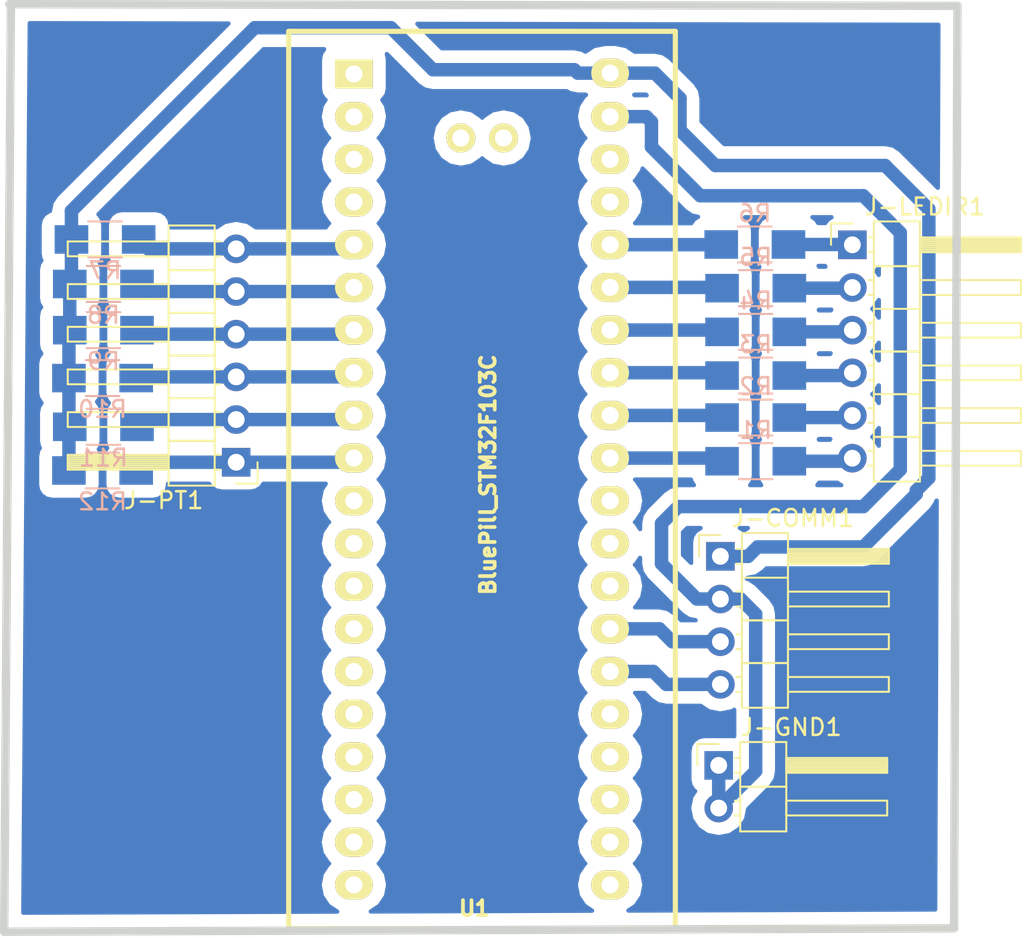
<source format=kicad_pcb>
(kicad_pcb (version 4) (host pcbnew 4.0.6)

  (general
    (links 36)
    (no_connects 12)
    (area 127.449999 100.549999 188.525001 156.400001)
    (thickness 1.6)
    (drawings 4)
    (tracks 101)
    (zones 0)
    (modules 17)
    (nets 49)
  )

  (page A4)
  (layers
    (0 F.Cu signal)
    (31 B.Cu signal)
    (32 B.Adhes user)
    (33 F.Adhes user hide)
    (34 B.Paste user)
    (35 F.Paste user hide)
    (36 B.SilkS user)
    (37 F.SilkS user hide)
    (38 B.Mask user)
    (39 F.Mask user hide)
    (40 Dwgs.User user)
    (41 Cmts.User user)
    (42 Eco1.User user)
    (43 Eco2.User user)
    (44 Edge.Cuts user)
    (45 Margin user)
    (46 B.CrtYd user)
    (47 F.CrtYd user)
    (48 B.Fab user)
    (49 F.Fab user)
  )

  (setup
    (last_trace_width 0.8)
    (user_trace_width 0.6)
    (user_trace_width 0.8)
    (user_trace_width 1.2)
    (trace_clearance 0.15)
    (zone_clearance 0.508)
    (zone_45_only no)
    (trace_min 0.2)
    (segment_width 0.2)
    (edge_width 0.5)
    (via_size 1.6)
    (via_drill 0.8)
    (via_min_size 0.4)
    (via_min_drill 0.3)
    (uvia_size 0.3)
    (uvia_drill 0.1)
    (uvias_allowed no)
    (uvia_min_size 0.2)
    (uvia_min_drill 0.1)
    (pcb_text_width 0.3)
    (pcb_text_size 1.5 1.5)
    (mod_edge_width 0.15)
    (mod_text_size 1 1)
    (mod_text_width 0.15)
    (pad_size 1.524 1.524)
    (pad_drill 0.762)
    (pad_to_mask_clearance 0.2)
    (aux_axis_origin 0 0)
    (visible_elements FFFFBD7F)
    (pcbplotparams
      (layerselection 0x00000_80000000)
      (usegerberextensions false)
      (excludeedgelayer false)
      (linewidth 0.100000)
      (plotframeref false)
      (viasonmask true)
      (mode 1)
      (useauxorigin false)
      (hpglpennumber 1)
      (hpglpenspeed 20)
      (hpglpendiameter 15)
      (hpglpenoverlay 2)
      (psnegative false)
      (psa4output false)
      (plotreference true)
      (plotvalue true)
      (plotinvisibletext false)
      (padsonsilk false)
      (subtractmaskfromsilk false)
      (outputformat 4)
      (mirror false)
      (drillshape 2)
      (scaleselection 1)
      (outputdirectory ""))
  )

  (net 0 "")
  (net 1 +3V3)
  (net 2 GND)
  (net 3 /TX)
  (net 4 /RX)
  (net 5 "Net-(J-LEDIR1-Pad1)")
  (net 6 "Net-(J-LEDIR1-Pad2)")
  (net 7 "Net-(J-LEDIR1-Pad3)")
  (net 8 "Net-(J-LEDIR1-Pad4)")
  (net 9 "Net-(J-LEDIR1-Pad5)")
  (net 10 "Net-(J-LEDIR1-Pad6)")
  (net 11 /PT1)
  (net 12 /PT2)
  (net 13 /PT3)
  (net 14 /PT4)
  (net 15 /PT5)
  (net 16 /PT6)
  (net 17 /LD1)
  (net 18 /LD2)
  (net 19 /LD3)
  (net 20 /LD4)
  (net 21 /LD5)
  (net 22 /LD6)
  (net 23 "Net-(U1-Pad1)")
  (net 24 "Net-(U1-Pad2)")
  (net 25 "Net-(U1-Pad3)")
  (net 26 "Net-(U1-Pad4)")
  (net 27 "Net-(U1-Pad11)")
  (net 28 "Net-(U1-Pad12)")
  (net 29 "Net-(U1-Pad13)")
  (net 30 "Net-(U1-Pad14)")
  (net 31 "Net-(U1-Pad15)")
  (net 32 "Net-(U1-Pad16)")
  (net 33 "Net-(U1-Pad17)")
  (net 34 "Net-(U1-Pad18)")
  (net 35 "Net-(U1-Pad19)")
  (net 36 "Net-(U1-Pad20)")
  (net 37 "Net-(U1-Pad21)")
  (net 38 "Net-(U1-Pad22)")
  (net 39 "Net-(U1-Pad23)")
  (net 40 "Net-(U1-Pad24)")
  (net 41 "Net-(U1-Pad25)")
  (net 42 "Net-(U1-Pad28)")
  (net 43 "Net-(U1-Pad29)")
  (net 44 "Net-(U1-Pad30)")
  (net 45 "Net-(U1-Pad37)")
  (net 46 "Net-(U1-Pad38)")
  (net 47 "Net-(U1-Pad41)")
  (net 48 "Net-(U1-Pad42)")

  (net_class Default "This is the default net class."
    (clearance 0.15)
    (trace_width 0.25)
    (via_dia 1.6)
    (via_drill 0.8)
    (uvia_dia 0.3)
    (uvia_drill 0.1)
    (add_net +3V3)
    (add_net /LD1)
    (add_net /LD2)
    (add_net /LD3)
    (add_net /LD4)
    (add_net /LD5)
    (add_net /LD6)
    (add_net /PT1)
    (add_net /PT2)
    (add_net /PT3)
    (add_net /PT4)
    (add_net /PT5)
    (add_net /PT6)
    (add_net /RX)
    (add_net /TX)
    (add_net GND)
    (add_net "Net-(J-LEDIR1-Pad1)")
    (add_net "Net-(J-LEDIR1-Pad2)")
    (add_net "Net-(J-LEDIR1-Pad3)")
    (add_net "Net-(J-LEDIR1-Pad4)")
    (add_net "Net-(J-LEDIR1-Pad5)")
    (add_net "Net-(J-LEDIR1-Pad6)")
    (add_net "Net-(U1-Pad1)")
    (add_net "Net-(U1-Pad11)")
    (add_net "Net-(U1-Pad12)")
    (add_net "Net-(U1-Pad13)")
    (add_net "Net-(U1-Pad14)")
    (add_net "Net-(U1-Pad15)")
    (add_net "Net-(U1-Pad16)")
    (add_net "Net-(U1-Pad17)")
    (add_net "Net-(U1-Pad18)")
    (add_net "Net-(U1-Pad19)")
    (add_net "Net-(U1-Pad2)")
    (add_net "Net-(U1-Pad20)")
    (add_net "Net-(U1-Pad21)")
    (add_net "Net-(U1-Pad22)")
    (add_net "Net-(U1-Pad23)")
    (add_net "Net-(U1-Pad24)")
    (add_net "Net-(U1-Pad25)")
    (add_net "Net-(U1-Pad28)")
    (add_net "Net-(U1-Pad29)")
    (add_net "Net-(U1-Pad3)")
    (add_net "Net-(U1-Pad30)")
    (add_net "Net-(U1-Pad37)")
    (add_net "Net-(U1-Pad38)")
    (add_net "Net-(U1-Pad4)")
    (add_net "Net-(U1-Pad41)")
    (add_net "Net-(U1-Pad42)")
  )

  (module Pin_Headers:Pin_Header_Angled_1x04_Pitch2.54mm (layer F.Cu) (tedit 5862ED52) (tstamp 5C2874CA)
    (at 170.3 133.66)
    (descr "Through hole angled pin header, 1x04, 2.54mm pitch, 6mm pin length, single row")
    (tags "Through hole angled pin header THT 1x04 2.54mm single row")
    (path /5C28BF1E)
    (fp_text reference J-COMM1 (at 4.315 -2.27) (layer F.SilkS)
      (effects (font (size 1 1) (thickness 0.15)))
    )
    (fp_text value CONN_01X04 (at 4.315 9.89) (layer F.Fab)
      (effects (font (size 1 1) (thickness 0.15)))
    )
    (fp_line (start 1.4 -1.27) (end 1.4 1.27) (layer F.Fab) (width 0.1))
    (fp_line (start 1.4 1.27) (end 3.9 1.27) (layer F.Fab) (width 0.1))
    (fp_line (start 3.9 1.27) (end 3.9 -1.27) (layer F.Fab) (width 0.1))
    (fp_line (start 3.9 -1.27) (end 1.4 -1.27) (layer F.Fab) (width 0.1))
    (fp_line (start 0 -0.32) (end 0 0.32) (layer F.Fab) (width 0.1))
    (fp_line (start 0 0.32) (end 9.9 0.32) (layer F.Fab) (width 0.1))
    (fp_line (start 9.9 0.32) (end 9.9 -0.32) (layer F.Fab) (width 0.1))
    (fp_line (start 9.9 -0.32) (end 0 -0.32) (layer F.Fab) (width 0.1))
    (fp_line (start 1.4 1.27) (end 1.4 3.81) (layer F.Fab) (width 0.1))
    (fp_line (start 1.4 3.81) (end 3.9 3.81) (layer F.Fab) (width 0.1))
    (fp_line (start 3.9 3.81) (end 3.9 1.27) (layer F.Fab) (width 0.1))
    (fp_line (start 3.9 1.27) (end 1.4 1.27) (layer F.Fab) (width 0.1))
    (fp_line (start 0 2.22) (end 0 2.86) (layer F.Fab) (width 0.1))
    (fp_line (start 0 2.86) (end 9.9 2.86) (layer F.Fab) (width 0.1))
    (fp_line (start 9.9 2.86) (end 9.9 2.22) (layer F.Fab) (width 0.1))
    (fp_line (start 9.9 2.22) (end 0 2.22) (layer F.Fab) (width 0.1))
    (fp_line (start 1.4 3.81) (end 1.4 6.35) (layer F.Fab) (width 0.1))
    (fp_line (start 1.4 6.35) (end 3.9 6.35) (layer F.Fab) (width 0.1))
    (fp_line (start 3.9 6.35) (end 3.9 3.81) (layer F.Fab) (width 0.1))
    (fp_line (start 3.9 3.81) (end 1.4 3.81) (layer F.Fab) (width 0.1))
    (fp_line (start 0 4.76) (end 0 5.4) (layer F.Fab) (width 0.1))
    (fp_line (start 0 5.4) (end 9.9 5.4) (layer F.Fab) (width 0.1))
    (fp_line (start 9.9 5.4) (end 9.9 4.76) (layer F.Fab) (width 0.1))
    (fp_line (start 9.9 4.76) (end 0 4.76) (layer F.Fab) (width 0.1))
    (fp_line (start 1.4 6.35) (end 1.4 8.89) (layer F.Fab) (width 0.1))
    (fp_line (start 1.4 8.89) (end 3.9 8.89) (layer F.Fab) (width 0.1))
    (fp_line (start 3.9 8.89) (end 3.9 6.35) (layer F.Fab) (width 0.1))
    (fp_line (start 3.9 6.35) (end 1.4 6.35) (layer F.Fab) (width 0.1))
    (fp_line (start 0 7.3) (end 0 7.94) (layer F.Fab) (width 0.1))
    (fp_line (start 0 7.94) (end 9.9 7.94) (layer F.Fab) (width 0.1))
    (fp_line (start 9.9 7.94) (end 9.9 7.3) (layer F.Fab) (width 0.1))
    (fp_line (start 9.9 7.3) (end 0 7.3) (layer F.Fab) (width 0.1))
    (fp_line (start 1.28 -1.39) (end 1.28 1.27) (layer F.SilkS) (width 0.12))
    (fp_line (start 1.28 1.27) (end 4.02 1.27) (layer F.SilkS) (width 0.12))
    (fp_line (start 4.02 1.27) (end 4.02 -1.39) (layer F.SilkS) (width 0.12))
    (fp_line (start 4.02 -1.39) (end 1.28 -1.39) (layer F.SilkS) (width 0.12))
    (fp_line (start 4.02 -0.44) (end 4.02 0.44) (layer F.SilkS) (width 0.12))
    (fp_line (start 4.02 0.44) (end 10.02 0.44) (layer F.SilkS) (width 0.12))
    (fp_line (start 10.02 0.44) (end 10.02 -0.44) (layer F.SilkS) (width 0.12))
    (fp_line (start 10.02 -0.44) (end 4.02 -0.44) (layer F.SilkS) (width 0.12))
    (fp_line (start 0.97 -0.44) (end 1.28 -0.44) (layer F.SilkS) (width 0.12))
    (fp_line (start 0.97 0.44) (end 1.28 0.44) (layer F.SilkS) (width 0.12))
    (fp_line (start 4.02 -0.32) (end 10.02 -0.32) (layer F.SilkS) (width 0.12))
    (fp_line (start 4.02 -0.2) (end 10.02 -0.2) (layer F.SilkS) (width 0.12))
    (fp_line (start 4.02 -0.08) (end 10.02 -0.08) (layer F.SilkS) (width 0.12))
    (fp_line (start 4.02 0.04) (end 10.02 0.04) (layer F.SilkS) (width 0.12))
    (fp_line (start 4.02 0.16) (end 10.02 0.16) (layer F.SilkS) (width 0.12))
    (fp_line (start 4.02 0.28) (end 10.02 0.28) (layer F.SilkS) (width 0.12))
    (fp_line (start 4.02 0.4) (end 10.02 0.4) (layer F.SilkS) (width 0.12))
    (fp_line (start 1.28 1.27) (end 1.28 3.81) (layer F.SilkS) (width 0.12))
    (fp_line (start 1.28 3.81) (end 4.02 3.81) (layer F.SilkS) (width 0.12))
    (fp_line (start 4.02 3.81) (end 4.02 1.27) (layer F.SilkS) (width 0.12))
    (fp_line (start 4.02 1.27) (end 1.28 1.27) (layer F.SilkS) (width 0.12))
    (fp_line (start 4.02 2.1) (end 4.02 2.98) (layer F.SilkS) (width 0.12))
    (fp_line (start 4.02 2.98) (end 10.02 2.98) (layer F.SilkS) (width 0.12))
    (fp_line (start 10.02 2.98) (end 10.02 2.1) (layer F.SilkS) (width 0.12))
    (fp_line (start 10.02 2.1) (end 4.02 2.1) (layer F.SilkS) (width 0.12))
    (fp_line (start 0.97 2.1) (end 1.28 2.1) (layer F.SilkS) (width 0.12))
    (fp_line (start 0.97 2.98) (end 1.28 2.98) (layer F.SilkS) (width 0.12))
    (fp_line (start 1.28 3.81) (end 1.28 6.35) (layer F.SilkS) (width 0.12))
    (fp_line (start 1.28 6.35) (end 4.02 6.35) (layer F.SilkS) (width 0.12))
    (fp_line (start 4.02 6.35) (end 4.02 3.81) (layer F.SilkS) (width 0.12))
    (fp_line (start 4.02 3.81) (end 1.28 3.81) (layer F.SilkS) (width 0.12))
    (fp_line (start 4.02 4.64) (end 4.02 5.52) (layer F.SilkS) (width 0.12))
    (fp_line (start 4.02 5.52) (end 10.02 5.52) (layer F.SilkS) (width 0.12))
    (fp_line (start 10.02 5.52) (end 10.02 4.64) (layer F.SilkS) (width 0.12))
    (fp_line (start 10.02 4.64) (end 4.02 4.64) (layer F.SilkS) (width 0.12))
    (fp_line (start 0.97 4.64) (end 1.28 4.64) (layer F.SilkS) (width 0.12))
    (fp_line (start 0.97 5.52) (end 1.28 5.52) (layer F.SilkS) (width 0.12))
    (fp_line (start 1.28 6.35) (end 1.28 9.01) (layer F.SilkS) (width 0.12))
    (fp_line (start 1.28 9.01) (end 4.02 9.01) (layer F.SilkS) (width 0.12))
    (fp_line (start 4.02 9.01) (end 4.02 6.35) (layer F.SilkS) (width 0.12))
    (fp_line (start 4.02 6.35) (end 1.28 6.35) (layer F.SilkS) (width 0.12))
    (fp_line (start 4.02 7.18) (end 4.02 8.06) (layer F.SilkS) (width 0.12))
    (fp_line (start 4.02 8.06) (end 10.02 8.06) (layer F.SilkS) (width 0.12))
    (fp_line (start 10.02 8.06) (end 10.02 7.18) (layer F.SilkS) (width 0.12))
    (fp_line (start 10.02 7.18) (end 4.02 7.18) (layer F.SilkS) (width 0.12))
    (fp_line (start 0.97 7.18) (end 1.28 7.18) (layer F.SilkS) (width 0.12))
    (fp_line (start 0.97 8.06) (end 1.28 8.06) (layer F.SilkS) (width 0.12))
    (fp_line (start -1.27 0) (end -1.27 -1.27) (layer F.SilkS) (width 0.12))
    (fp_line (start -1.27 -1.27) (end 0 -1.27) (layer F.SilkS) (width 0.12))
    (fp_line (start -1.6 -1.6) (end -1.6 9.2) (layer F.CrtYd) (width 0.05))
    (fp_line (start -1.6 9.2) (end 10.2 9.2) (layer F.CrtYd) (width 0.05))
    (fp_line (start 10.2 9.2) (end 10.2 -1.6) (layer F.CrtYd) (width 0.05))
    (fp_line (start 10.2 -1.6) (end -1.6 -1.6) (layer F.CrtYd) (width 0.05))
    (pad 1 thru_hole rect (at 0 0) (size 1.7 1.7) (drill 1) (layers *.Cu *.Mask)
      (net 1 +3V3))
    (pad 2 thru_hole oval (at 0 2.54) (size 1.7 1.7) (drill 1) (layers *.Cu *.Mask)
      (net 2 GND))
    (pad 3 thru_hole oval (at 0 5.08) (size 1.7 1.7) (drill 1) (layers *.Cu *.Mask)
      (net 4 /RX))
    (pad 4 thru_hole oval (at 0 7.62) (size 1.7 1.7) (drill 1) (layers *.Cu *.Mask)
      (net 3 /TX))
    (model Pin_Headers.3dshapes/Pin_Header_Angled_1x04_Pitch2.54mm.wrl
      (at (xyz 0 -0.15 0))
      (scale (xyz 1 1 1))
      (rotate (xyz 0 0 90))
    )
  )

  (module Pin_Headers:Pin_Header_Angled_1x02_Pitch2.54mm (layer F.Cu) (tedit 5862ED52) (tstamp 5C2874D0)
    (at 170.2 146.1)
    (descr "Through hole angled pin header, 1x02, 2.54mm pitch, 6mm pin length, single row")
    (tags "Through hole angled pin header THT 1x02 2.54mm single row")
    (path /5C28DF41)
    (fp_text reference J-GND1 (at 4.315 -2.27) (layer F.SilkS)
      (effects (font (size 1 1) (thickness 0.15)))
    )
    (fp_text value CONN_01X02 (at 4.315 4.81) (layer F.Fab)
      (effects (font (size 1 1) (thickness 0.15)))
    )
    (fp_line (start 1.4 -1.27) (end 1.4 1.27) (layer F.Fab) (width 0.1))
    (fp_line (start 1.4 1.27) (end 3.9 1.27) (layer F.Fab) (width 0.1))
    (fp_line (start 3.9 1.27) (end 3.9 -1.27) (layer F.Fab) (width 0.1))
    (fp_line (start 3.9 -1.27) (end 1.4 -1.27) (layer F.Fab) (width 0.1))
    (fp_line (start 0 -0.32) (end 0 0.32) (layer F.Fab) (width 0.1))
    (fp_line (start 0 0.32) (end 9.9 0.32) (layer F.Fab) (width 0.1))
    (fp_line (start 9.9 0.32) (end 9.9 -0.32) (layer F.Fab) (width 0.1))
    (fp_line (start 9.9 -0.32) (end 0 -0.32) (layer F.Fab) (width 0.1))
    (fp_line (start 1.4 1.27) (end 1.4 3.81) (layer F.Fab) (width 0.1))
    (fp_line (start 1.4 3.81) (end 3.9 3.81) (layer F.Fab) (width 0.1))
    (fp_line (start 3.9 3.81) (end 3.9 1.27) (layer F.Fab) (width 0.1))
    (fp_line (start 3.9 1.27) (end 1.4 1.27) (layer F.Fab) (width 0.1))
    (fp_line (start 0 2.22) (end 0 2.86) (layer F.Fab) (width 0.1))
    (fp_line (start 0 2.86) (end 9.9 2.86) (layer F.Fab) (width 0.1))
    (fp_line (start 9.9 2.86) (end 9.9 2.22) (layer F.Fab) (width 0.1))
    (fp_line (start 9.9 2.22) (end 0 2.22) (layer F.Fab) (width 0.1))
    (fp_line (start 1.28 -1.39) (end 1.28 1.27) (layer F.SilkS) (width 0.12))
    (fp_line (start 1.28 1.27) (end 4.02 1.27) (layer F.SilkS) (width 0.12))
    (fp_line (start 4.02 1.27) (end 4.02 -1.39) (layer F.SilkS) (width 0.12))
    (fp_line (start 4.02 -1.39) (end 1.28 -1.39) (layer F.SilkS) (width 0.12))
    (fp_line (start 4.02 -0.44) (end 4.02 0.44) (layer F.SilkS) (width 0.12))
    (fp_line (start 4.02 0.44) (end 10.02 0.44) (layer F.SilkS) (width 0.12))
    (fp_line (start 10.02 0.44) (end 10.02 -0.44) (layer F.SilkS) (width 0.12))
    (fp_line (start 10.02 -0.44) (end 4.02 -0.44) (layer F.SilkS) (width 0.12))
    (fp_line (start 0.97 -0.44) (end 1.28 -0.44) (layer F.SilkS) (width 0.12))
    (fp_line (start 0.97 0.44) (end 1.28 0.44) (layer F.SilkS) (width 0.12))
    (fp_line (start 4.02 -0.32) (end 10.02 -0.32) (layer F.SilkS) (width 0.12))
    (fp_line (start 4.02 -0.2) (end 10.02 -0.2) (layer F.SilkS) (width 0.12))
    (fp_line (start 4.02 -0.08) (end 10.02 -0.08) (layer F.SilkS) (width 0.12))
    (fp_line (start 4.02 0.04) (end 10.02 0.04) (layer F.SilkS) (width 0.12))
    (fp_line (start 4.02 0.16) (end 10.02 0.16) (layer F.SilkS) (width 0.12))
    (fp_line (start 4.02 0.28) (end 10.02 0.28) (layer F.SilkS) (width 0.12))
    (fp_line (start 4.02 0.4) (end 10.02 0.4) (layer F.SilkS) (width 0.12))
    (fp_line (start 1.28 1.27) (end 1.28 3.93) (layer F.SilkS) (width 0.12))
    (fp_line (start 1.28 3.93) (end 4.02 3.93) (layer F.SilkS) (width 0.12))
    (fp_line (start 4.02 3.93) (end 4.02 1.27) (layer F.SilkS) (width 0.12))
    (fp_line (start 4.02 1.27) (end 1.28 1.27) (layer F.SilkS) (width 0.12))
    (fp_line (start 4.02 2.1) (end 4.02 2.98) (layer F.SilkS) (width 0.12))
    (fp_line (start 4.02 2.98) (end 10.02 2.98) (layer F.SilkS) (width 0.12))
    (fp_line (start 10.02 2.98) (end 10.02 2.1) (layer F.SilkS) (width 0.12))
    (fp_line (start 10.02 2.1) (end 4.02 2.1) (layer F.SilkS) (width 0.12))
    (fp_line (start 0.97 2.1) (end 1.28 2.1) (layer F.SilkS) (width 0.12))
    (fp_line (start 0.97 2.98) (end 1.28 2.98) (layer F.SilkS) (width 0.12))
    (fp_line (start -1.27 0) (end -1.27 -1.27) (layer F.SilkS) (width 0.12))
    (fp_line (start -1.27 -1.27) (end 0 -1.27) (layer F.SilkS) (width 0.12))
    (fp_line (start -1.6 -1.6) (end -1.6 4.1) (layer F.CrtYd) (width 0.05))
    (fp_line (start -1.6 4.1) (end 10.2 4.1) (layer F.CrtYd) (width 0.05))
    (fp_line (start 10.2 4.1) (end 10.2 -1.6) (layer F.CrtYd) (width 0.05))
    (fp_line (start 10.2 -1.6) (end -1.6 -1.6) (layer F.CrtYd) (width 0.05))
    (pad 1 thru_hole rect (at 0 0) (size 1.7 1.7) (drill 1) (layers *.Cu *.Mask)
      (net 2 GND))
    (pad 2 thru_hole oval (at 0 2.54) (size 1.7 1.7) (drill 1) (layers *.Cu *.Mask)
      (net 2 GND))
    (model Pin_Headers.3dshapes/Pin_Header_Angled_1x02_Pitch2.54mm.wrl
      (at (xyz 0 -0.05 0))
      (scale (xyz 1 1 1))
      (rotate (xyz 0 0 90))
    )
  )

  (module Pin_Headers:Pin_Header_Angled_1x06_Pitch2.54mm (layer F.Cu) (tedit 5862ED52) (tstamp 5C2874DA)
    (at 178.15 115.12)
    (descr "Through hole angled pin header, 1x06, 2.54mm pitch, 6mm pin length, single row")
    (tags "Through hole angled pin header THT 1x06 2.54mm single row")
    (path /5C286C56)
    (fp_text reference J-LEDIR1 (at 4.315 -2.27) (layer F.SilkS)
      (effects (font (size 1 1) (thickness 0.15)))
    )
    (fp_text value CONN_01X06 (at 4.315 14.97) (layer F.Fab)
      (effects (font (size 1 1) (thickness 0.15)))
    )
    (fp_line (start 1.4 -1.27) (end 1.4 1.27) (layer F.Fab) (width 0.1))
    (fp_line (start 1.4 1.27) (end 3.9 1.27) (layer F.Fab) (width 0.1))
    (fp_line (start 3.9 1.27) (end 3.9 -1.27) (layer F.Fab) (width 0.1))
    (fp_line (start 3.9 -1.27) (end 1.4 -1.27) (layer F.Fab) (width 0.1))
    (fp_line (start 0 -0.32) (end 0 0.32) (layer F.Fab) (width 0.1))
    (fp_line (start 0 0.32) (end 9.9 0.32) (layer F.Fab) (width 0.1))
    (fp_line (start 9.9 0.32) (end 9.9 -0.32) (layer F.Fab) (width 0.1))
    (fp_line (start 9.9 -0.32) (end 0 -0.32) (layer F.Fab) (width 0.1))
    (fp_line (start 1.4 1.27) (end 1.4 3.81) (layer F.Fab) (width 0.1))
    (fp_line (start 1.4 3.81) (end 3.9 3.81) (layer F.Fab) (width 0.1))
    (fp_line (start 3.9 3.81) (end 3.9 1.27) (layer F.Fab) (width 0.1))
    (fp_line (start 3.9 1.27) (end 1.4 1.27) (layer F.Fab) (width 0.1))
    (fp_line (start 0 2.22) (end 0 2.86) (layer F.Fab) (width 0.1))
    (fp_line (start 0 2.86) (end 9.9 2.86) (layer F.Fab) (width 0.1))
    (fp_line (start 9.9 2.86) (end 9.9 2.22) (layer F.Fab) (width 0.1))
    (fp_line (start 9.9 2.22) (end 0 2.22) (layer F.Fab) (width 0.1))
    (fp_line (start 1.4 3.81) (end 1.4 6.35) (layer F.Fab) (width 0.1))
    (fp_line (start 1.4 6.35) (end 3.9 6.35) (layer F.Fab) (width 0.1))
    (fp_line (start 3.9 6.35) (end 3.9 3.81) (layer F.Fab) (width 0.1))
    (fp_line (start 3.9 3.81) (end 1.4 3.81) (layer F.Fab) (width 0.1))
    (fp_line (start 0 4.76) (end 0 5.4) (layer F.Fab) (width 0.1))
    (fp_line (start 0 5.4) (end 9.9 5.4) (layer F.Fab) (width 0.1))
    (fp_line (start 9.9 5.4) (end 9.9 4.76) (layer F.Fab) (width 0.1))
    (fp_line (start 9.9 4.76) (end 0 4.76) (layer F.Fab) (width 0.1))
    (fp_line (start 1.4 6.35) (end 1.4 8.89) (layer F.Fab) (width 0.1))
    (fp_line (start 1.4 8.89) (end 3.9 8.89) (layer F.Fab) (width 0.1))
    (fp_line (start 3.9 8.89) (end 3.9 6.35) (layer F.Fab) (width 0.1))
    (fp_line (start 3.9 6.35) (end 1.4 6.35) (layer F.Fab) (width 0.1))
    (fp_line (start 0 7.3) (end 0 7.94) (layer F.Fab) (width 0.1))
    (fp_line (start 0 7.94) (end 9.9 7.94) (layer F.Fab) (width 0.1))
    (fp_line (start 9.9 7.94) (end 9.9 7.3) (layer F.Fab) (width 0.1))
    (fp_line (start 9.9 7.3) (end 0 7.3) (layer F.Fab) (width 0.1))
    (fp_line (start 1.4 8.89) (end 1.4 11.43) (layer F.Fab) (width 0.1))
    (fp_line (start 1.4 11.43) (end 3.9 11.43) (layer F.Fab) (width 0.1))
    (fp_line (start 3.9 11.43) (end 3.9 8.89) (layer F.Fab) (width 0.1))
    (fp_line (start 3.9 8.89) (end 1.4 8.89) (layer F.Fab) (width 0.1))
    (fp_line (start 0 9.84) (end 0 10.48) (layer F.Fab) (width 0.1))
    (fp_line (start 0 10.48) (end 9.9 10.48) (layer F.Fab) (width 0.1))
    (fp_line (start 9.9 10.48) (end 9.9 9.84) (layer F.Fab) (width 0.1))
    (fp_line (start 9.9 9.84) (end 0 9.84) (layer F.Fab) (width 0.1))
    (fp_line (start 1.4 11.43) (end 1.4 13.97) (layer F.Fab) (width 0.1))
    (fp_line (start 1.4 13.97) (end 3.9 13.97) (layer F.Fab) (width 0.1))
    (fp_line (start 3.9 13.97) (end 3.9 11.43) (layer F.Fab) (width 0.1))
    (fp_line (start 3.9 11.43) (end 1.4 11.43) (layer F.Fab) (width 0.1))
    (fp_line (start 0 12.38) (end 0 13.02) (layer F.Fab) (width 0.1))
    (fp_line (start 0 13.02) (end 9.9 13.02) (layer F.Fab) (width 0.1))
    (fp_line (start 9.9 13.02) (end 9.9 12.38) (layer F.Fab) (width 0.1))
    (fp_line (start 9.9 12.38) (end 0 12.38) (layer F.Fab) (width 0.1))
    (fp_line (start 1.28 -1.39) (end 1.28 1.27) (layer F.SilkS) (width 0.12))
    (fp_line (start 1.28 1.27) (end 4.02 1.27) (layer F.SilkS) (width 0.12))
    (fp_line (start 4.02 1.27) (end 4.02 -1.39) (layer F.SilkS) (width 0.12))
    (fp_line (start 4.02 -1.39) (end 1.28 -1.39) (layer F.SilkS) (width 0.12))
    (fp_line (start 4.02 -0.44) (end 4.02 0.44) (layer F.SilkS) (width 0.12))
    (fp_line (start 4.02 0.44) (end 10.02 0.44) (layer F.SilkS) (width 0.12))
    (fp_line (start 10.02 0.44) (end 10.02 -0.44) (layer F.SilkS) (width 0.12))
    (fp_line (start 10.02 -0.44) (end 4.02 -0.44) (layer F.SilkS) (width 0.12))
    (fp_line (start 0.97 -0.44) (end 1.28 -0.44) (layer F.SilkS) (width 0.12))
    (fp_line (start 0.97 0.44) (end 1.28 0.44) (layer F.SilkS) (width 0.12))
    (fp_line (start 4.02 -0.32) (end 10.02 -0.32) (layer F.SilkS) (width 0.12))
    (fp_line (start 4.02 -0.2) (end 10.02 -0.2) (layer F.SilkS) (width 0.12))
    (fp_line (start 4.02 -0.08) (end 10.02 -0.08) (layer F.SilkS) (width 0.12))
    (fp_line (start 4.02 0.04) (end 10.02 0.04) (layer F.SilkS) (width 0.12))
    (fp_line (start 4.02 0.16) (end 10.02 0.16) (layer F.SilkS) (width 0.12))
    (fp_line (start 4.02 0.28) (end 10.02 0.28) (layer F.SilkS) (width 0.12))
    (fp_line (start 4.02 0.4) (end 10.02 0.4) (layer F.SilkS) (width 0.12))
    (fp_line (start 1.28 1.27) (end 1.28 3.81) (layer F.SilkS) (width 0.12))
    (fp_line (start 1.28 3.81) (end 4.02 3.81) (layer F.SilkS) (width 0.12))
    (fp_line (start 4.02 3.81) (end 4.02 1.27) (layer F.SilkS) (width 0.12))
    (fp_line (start 4.02 1.27) (end 1.28 1.27) (layer F.SilkS) (width 0.12))
    (fp_line (start 4.02 2.1) (end 4.02 2.98) (layer F.SilkS) (width 0.12))
    (fp_line (start 4.02 2.98) (end 10.02 2.98) (layer F.SilkS) (width 0.12))
    (fp_line (start 10.02 2.98) (end 10.02 2.1) (layer F.SilkS) (width 0.12))
    (fp_line (start 10.02 2.1) (end 4.02 2.1) (layer F.SilkS) (width 0.12))
    (fp_line (start 0.97 2.1) (end 1.28 2.1) (layer F.SilkS) (width 0.12))
    (fp_line (start 0.97 2.98) (end 1.28 2.98) (layer F.SilkS) (width 0.12))
    (fp_line (start 1.28 3.81) (end 1.28 6.35) (layer F.SilkS) (width 0.12))
    (fp_line (start 1.28 6.35) (end 4.02 6.35) (layer F.SilkS) (width 0.12))
    (fp_line (start 4.02 6.35) (end 4.02 3.81) (layer F.SilkS) (width 0.12))
    (fp_line (start 4.02 3.81) (end 1.28 3.81) (layer F.SilkS) (width 0.12))
    (fp_line (start 4.02 4.64) (end 4.02 5.52) (layer F.SilkS) (width 0.12))
    (fp_line (start 4.02 5.52) (end 10.02 5.52) (layer F.SilkS) (width 0.12))
    (fp_line (start 10.02 5.52) (end 10.02 4.64) (layer F.SilkS) (width 0.12))
    (fp_line (start 10.02 4.64) (end 4.02 4.64) (layer F.SilkS) (width 0.12))
    (fp_line (start 0.97 4.64) (end 1.28 4.64) (layer F.SilkS) (width 0.12))
    (fp_line (start 0.97 5.52) (end 1.28 5.52) (layer F.SilkS) (width 0.12))
    (fp_line (start 1.28 6.35) (end 1.28 8.89) (layer F.SilkS) (width 0.12))
    (fp_line (start 1.28 8.89) (end 4.02 8.89) (layer F.SilkS) (width 0.12))
    (fp_line (start 4.02 8.89) (end 4.02 6.35) (layer F.SilkS) (width 0.12))
    (fp_line (start 4.02 6.35) (end 1.28 6.35) (layer F.SilkS) (width 0.12))
    (fp_line (start 4.02 7.18) (end 4.02 8.06) (layer F.SilkS) (width 0.12))
    (fp_line (start 4.02 8.06) (end 10.02 8.06) (layer F.SilkS) (width 0.12))
    (fp_line (start 10.02 8.06) (end 10.02 7.18) (layer F.SilkS) (width 0.12))
    (fp_line (start 10.02 7.18) (end 4.02 7.18) (layer F.SilkS) (width 0.12))
    (fp_line (start 0.97 7.18) (end 1.28 7.18) (layer F.SilkS) (width 0.12))
    (fp_line (start 0.97 8.06) (end 1.28 8.06) (layer F.SilkS) (width 0.12))
    (fp_line (start 1.28 8.89) (end 1.28 11.43) (layer F.SilkS) (width 0.12))
    (fp_line (start 1.28 11.43) (end 4.02 11.43) (layer F.SilkS) (width 0.12))
    (fp_line (start 4.02 11.43) (end 4.02 8.89) (layer F.SilkS) (width 0.12))
    (fp_line (start 4.02 8.89) (end 1.28 8.89) (layer F.SilkS) (width 0.12))
    (fp_line (start 4.02 9.72) (end 4.02 10.6) (layer F.SilkS) (width 0.12))
    (fp_line (start 4.02 10.6) (end 10.02 10.6) (layer F.SilkS) (width 0.12))
    (fp_line (start 10.02 10.6) (end 10.02 9.72) (layer F.SilkS) (width 0.12))
    (fp_line (start 10.02 9.72) (end 4.02 9.72) (layer F.SilkS) (width 0.12))
    (fp_line (start 0.97 9.72) (end 1.28 9.72) (layer F.SilkS) (width 0.12))
    (fp_line (start 0.97 10.6) (end 1.28 10.6) (layer F.SilkS) (width 0.12))
    (fp_line (start 1.28 11.43) (end 1.28 14.09) (layer F.SilkS) (width 0.12))
    (fp_line (start 1.28 14.09) (end 4.02 14.09) (layer F.SilkS) (width 0.12))
    (fp_line (start 4.02 14.09) (end 4.02 11.43) (layer F.SilkS) (width 0.12))
    (fp_line (start 4.02 11.43) (end 1.28 11.43) (layer F.SilkS) (width 0.12))
    (fp_line (start 4.02 12.26) (end 4.02 13.14) (layer F.SilkS) (width 0.12))
    (fp_line (start 4.02 13.14) (end 10.02 13.14) (layer F.SilkS) (width 0.12))
    (fp_line (start 10.02 13.14) (end 10.02 12.26) (layer F.SilkS) (width 0.12))
    (fp_line (start 10.02 12.26) (end 4.02 12.26) (layer F.SilkS) (width 0.12))
    (fp_line (start 0.97 12.26) (end 1.28 12.26) (layer F.SilkS) (width 0.12))
    (fp_line (start 0.97 13.14) (end 1.28 13.14) (layer F.SilkS) (width 0.12))
    (fp_line (start -1.27 0) (end -1.27 -1.27) (layer F.SilkS) (width 0.12))
    (fp_line (start -1.27 -1.27) (end 0 -1.27) (layer F.SilkS) (width 0.12))
    (fp_line (start -1.6 -1.6) (end -1.6 14.3) (layer F.CrtYd) (width 0.05))
    (fp_line (start -1.6 14.3) (end 10.2 14.3) (layer F.CrtYd) (width 0.05))
    (fp_line (start 10.2 14.3) (end 10.2 -1.6) (layer F.CrtYd) (width 0.05))
    (fp_line (start 10.2 -1.6) (end -1.6 -1.6) (layer F.CrtYd) (width 0.05))
    (pad 1 thru_hole rect (at 0 0) (size 1.7 1.7) (drill 1) (layers *.Cu *.Mask)
      (net 5 "Net-(J-LEDIR1-Pad1)"))
    (pad 2 thru_hole oval (at 0 2.54) (size 1.7 1.7) (drill 1) (layers *.Cu *.Mask)
      (net 6 "Net-(J-LEDIR1-Pad2)"))
    (pad 3 thru_hole oval (at 0 5.08) (size 1.7 1.7) (drill 1) (layers *.Cu *.Mask)
      (net 7 "Net-(J-LEDIR1-Pad3)"))
    (pad 4 thru_hole oval (at 0 7.62) (size 1.7 1.7) (drill 1) (layers *.Cu *.Mask)
      (net 8 "Net-(J-LEDIR1-Pad4)"))
    (pad 5 thru_hole oval (at 0 10.16) (size 1.7 1.7) (drill 1) (layers *.Cu *.Mask)
      (net 9 "Net-(J-LEDIR1-Pad5)"))
    (pad 6 thru_hole oval (at 0 12.7) (size 1.7 1.7) (drill 1) (layers *.Cu *.Mask)
      (net 10 "Net-(J-LEDIR1-Pad6)"))
    (model Pin_Headers.3dshapes/Pin_Header_Angled_1x06_Pitch2.54mm.wrl
      (at (xyz 0 -0.25 0))
      (scale (xyz 1 1 1))
      (rotate (xyz 0 0 90))
    )
  )

  (module Pin_Headers:Pin_Header_Angled_1x06_Pitch2.54mm (layer F.Cu) (tedit 5862ED52) (tstamp 5C2874E4)
    (at 141.5 128.06 180)
    (descr "Through hole angled pin header, 1x06, 2.54mm pitch, 6mm pin length, single row")
    (tags "Through hole angled pin header THT 1x06 2.54mm single row")
    (path /5C287A09)
    (fp_text reference J-PT1 (at 4.315 -2.27 180) (layer F.SilkS)
      (effects (font (size 1 1) (thickness 0.15)))
    )
    (fp_text value CONN_01X06 (at 4.315 14.97 180) (layer F.Fab)
      (effects (font (size 1 1) (thickness 0.15)))
    )
    (fp_line (start 1.4 -1.27) (end 1.4 1.27) (layer F.Fab) (width 0.1))
    (fp_line (start 1.4 1.27) (end 3.9 1.27) (layer F.Fab) (width 0.1))
    (fp_line (start 3.9 1.27) (end 3.9 -1.27) (layer F.Fab) (width 0.1))
    (fp_line (start 3.9 -1.27) (end 1.4 -1.27) (layer F.Fab) (width 0.1))
    (fp_line (start 0 -0.32) (end 0 0.32) (layer F.Fab) (width 0.1))
    (fp_line (start 0 0.32) (end 9.9 0.32) (layer F.Fab) (width 0.1))
    (fp_line (start 9.9 0.32) (end 9.9 -0.32) (layer F.Fab) (width 0.1))
    (fp_line (start 9.9 -0.32) (end 0 -0.32) (layer F.Fab) (width 0.1))
    (fp_line (start 1.4 1.27) (end 1.4 3.81) (layer F.Fab) (width 0.1))
    (fp_line (start 1.4 3.81) (end 3.9 3.81) (layer F.Fab) (width 0.1))
    (fp_line (start 3.9 3.81) (end 3.9 1.27) (layer F.Fab) (width 0.1))
    (fp_line (start 3.9 1.27) (end 1.4 1.27) (layer F.Fab) (width 0.1))
    (fp_line (start 0 2.22) (end 0 2.86) (layer F.Fab) (width 0.1))
    (fp_line (start 0 2.86) (end 9.9 2.86) (layer F.Fab) (width 0.1))
    (fp_line (start 9.9 2.86) (end 9.9 2.22) (layer F.Fab) (width 0.1))
    (fp_line (start 9.9 2.22) (end 0 2.22) (layer F.Fab) (width 0.1))
    (fp_line (start 1.4 3.81) (end 1.4 6.35) (layer F.Fab) (width 0.1))
    (fp_line (start 1.4 6.35) (end 3.9 6.35) (layer F.Fab) (width 0.1))
    (fp_line (start 3.9 6.35) (end 3.9 3.81) (layer F.Fab) (width 0.1))
    (fp_line (start 3.9 3.81) (end 1.4 3.81) (layer F.Fab) (width 0.1))
    (fp_line (start 0 4.76) (end 0 5.4) (layer F.Fab) (width 0.1))
    (fp_line (start 0 5.4) (end 9.9 5.4) (layer F.Fab) (width 0.1))
    (fp_line (start 9.9 5.4) (end 9.9 4.76) (layer F.Fab) (width 0.1))
    (fp_line (start 9.9 4.76) (end 0 4.76) (layer F.Fab) (width 0.1))
    (fp_line (start 1.4 6.35) (end 1.4 8.89) (layer F.Fab) (width 0.1))
    (fp_line (start 1.4 8.89) (end 3.9 8.89) (layer F.Fab) (width 0.1))
    (fp_line (start 3.9 8.89) (end 3.9 6.35) (layer F.Fab) (width 0.1))
    (fp_line (start 3.9 6.35) (end 1.4 6.35) (layer F.Fab) (width 0.1))
    (fp_line (start 0 7.3) (end 0 7.94) (layer F.Fab) (width 0.1))
    (fp_line (start 0 7.94) (end 9.9 7.94) (layer F.Fab) (width 0.1))
    (fp_line (start 9.9 7.94) (end 9.9 7.3) (layer F.Fab) (width 0.1))
    (fp_line (start 9.9 7.3) (end 0 7.3) (layer F.Fab) (width 0.1))
    (fp_line (start 1.4 8.89) (end 1.4 11.43) (layer F.Fab) (width 0.1))
    (fp_line (start 1.4 11.43) (end 3.9 11.43) (layer F.Fab) (width 0.1))
    (fp_line (start 3.9 11.43) (end 3.9 8.89) (layer F.Fab) (width 0.1))
    (fp_line (start 3.9 8.89) (end 1.4 8.89) (layer F.Fab) (width 0.1))
    (fp_line (start 0 9.84) (end 0 10.48) (layer F.Fab) (width 0.1))
    (fp_line (start 0 10.48) (end 9.9 10.48) (layer F.Fab) (width 0.1))
    (fp_line (start 9.9 10.48) (end 9.9 9.84) (layer F.Fab) (width 0.1))
    (fp_line (start 9.9 9.84) (end 0 9.84) (layer F.Fab) (width 0.1))
    (fp_line (start 1.4 11.43) (end 1.4 13.97) (layer F.Fab) (width 0.1))
    (fp_line (start 1.4 13.97) (end 3.9 13.97) (layer F.Fab) (width 0.1))
    (fp_line (start 3.9 13.97) (end 3.9 11.43) (layer F.Fab) (width 0.1))
    (fp_line (start 3.9 11.43) (end 1.4 11.43) (layer F.Fab) (width 0.1))
    (fp_line (start 0 12.38) (end 0 13.02) (layer F.Fab) (width 0.1))
    (fp_line (start 0 13.02) (end 9.9 13.02) (layer F.Fab) (width 0.1))
    (fp_line (start 9.9 13.02) (end 9.9 12.38) (layer F.Fab) (width 0.1))
    (fp_line (start 9.9 12.38) (end 0 12.38) (layer F.Fab) (width 0.1))
    (fp_line (start 1.28 -1.39) (end 1.28 1.27) (layer F.SilkS) (width 0.12))
    (fp_line (start 1.28 1.27) (end 4.02 1.27) (layer F.SilkS) (width 0.12))
    (fp_line (start 4.02 1.27) (end 4.02 -1.39) (layer F.SilkS) (width 0.12))
    (fp_line (start 4.02 -1.39) (end 1.28 -1.39) (layer F.SilkS) (width 0.12))
    (fp_line (start 4.02 -0.44) (end 4.02 0.44) (layer F.SilkS) (width 0.12))
    (fp_line (start 4.02 0.44) (end 10.02 0.44) (layer F.SilkS) (width 0.12))
    (fp_line (start 10.02 0.44) (end 10.02 -0.44) (layer F.SilkS) (width 0.12))
    (fp_line (start 10.02 -0.44) (end 4.02 -0.44) (layer F.SilkS) (width 0.12))
    (fp_line (start 0.97 -0.44) (end 1.28 -0.44) (layer F.SilkS) (width 0.12))
    (fp_line (start 0.97 0.44) (end 1.28 0.44) (layer F.SilkS) (width 0.12))
    (fp_line (start 4.02 -0.32) (end 10.02 -0.32) (layer F.SilkS) (width 0.12))
    (fp_line (start 4.02 -0.2) (end 10.02 -0.2) (layer F.SilkS) (width 0.12))
    (fp_line (start 4.02 -0.08) (end 10.02 -0.08) (layer F.SilkS) (width 0.12))
    (fp_line (start 4.02 0.04) (end 10.02 0.04) (layer F.SilkS) (width 0.12))
    (fp_line (start 4.02 0.16) (end 10.02 0.16) (layer F.SilkS) (width 0.12))
    (fp_line (start 4.02 0.28) (end 10.02 0.28) (layer F.SilkS) (width 0.12))
    (fp_line (start 4.02 0.4) (end 10.02 0.4) (layer F.SilkS) (width 0.12))
    (fp_line (start 1.28 1.27) (end 1.28 3.81) (layer F.SilkS) (width 0.12))
    (fp_line (start 1.28 3.81) (end 4.02 3.81) (layer F.SilkS) (width 0.12))
    (fp_line (start 4.02 3.81) (end 4.02 1.27) (layer F.SilkS) (width 0.12))
    (fp_line (start 4.02 1.27) (end 1.28 1.27) (layer F.SilkS) (width 0.12))
    (fp_line (start 4.02 2.1) (end 4.02 2.98) (layer F.SilkS) (width 0.12))
    (fp_line (start 4.02 2.98) (end 10.02 2.98) (layer F.SilkS) (width 0.12))
    (fp_line (start 10.02 2.98) (end 10.02 2.1) (layer F.SilkS) (width 0.12))
    (fp_line (start 10.02 2.1) (end 4.02 2.1) (layer F.SilkS) (width 0.12))
    (fp_line (start 0.97 2.1) (end 1.28 2.1) (layer F.SilkS) (width 0.12))
    (fp_line (start 0.97 2.98) (end 1.28 2.98) (layer F.SilkS) (width 0.12))
    (fp_line (start 1.28 3.81) (end 1.28 6.35) (layer F.SilkS) (width 0.12))
    (fp_line (start 1.28 6.35) (end 4.02 6.35) (layer F.SilkS) (width 0.12))
    (fp_line (start 4.02 6.35) (end 4.02 3.81) (layer F.SilkS) (width 0.12))
    (fp_line (start 4.02 3.81) (end 1.28 3.81) (layer F.SilkS) (width 0.12))
    (fp_line (start 4.02 4.64) (end 4.02 5.52) (layer F.SilkS) (width 0.12))
    (fp_line (start 4.02 5.52) (end 10.02 5.52) (layer F.SilkS) (width 0.12))
    (fp_line (start 10.02 5.52) (end 10.02 4.64) (layer F.SilkS) (width 0.12))
    (fp_line (start 10.02 4.64) (end 4.02 4.64) (layer F.SilkS) (width 0.12))
    (fp_line (start 0.97 4.64) (end 1.28 4.64) (layer F.SilkS) (width 0.12))
    (fp_line (start 0.97 5.52) (end 1.28 5.52) (layer F.SilkS) (width 0.12))
    (fp_line (start 1.28 6.35) (end 1.28 8.89) (layer F.SilkS) (width 0.12))
    (fp_line (start 1.28 8.89) (end 4.02 8.89) (layer F.SilkS) (width 0.12))
    (fp_line (start 4.02 8.89) (end 4.02 6.35) (layer F.SilkS) (width 0.12))
    (fp_line (start 4.02 6.35) (end 1.28 6.35) (layer F.SilkS) (width 0.12))
    (fp_line (start 4.02 7.18) (end 4.02 8.06) (layer F.SilkS) (width 0.12))
    (fp_line (start 4.02 8.06) (end 10.02 8.06) (layer F.SilkS) (width 0.12))
    (fp_line (start 10.02 8.06) (end 10.02 7.18) (layer F.SilkS) (width 0.12))
    (fp_line (start 10.02 7.18) (end 4.02 7.18) (layer F.SilkS) (width 0.12))
    (fp_line (start 0.97 7.18) (end 1.28 7.18) (layer F.SilkS) (width 0.12))
    (fp_line (start 0.97 8.06) (end 1.28 8.06) (layer F.SilkS) (width 0.12))
    (fp_line (start 1.28 8.89) (end 1.28 11.43) (layer F.SilkS) (width 0.12))
    (fp_line (start 1.28 11.43) (end 4.02 11.43) (layer F.SilkS) (width 0.12))
    (fp_line (start 4.02 11.43) (end 4.02 8.89) (layer F.SilkS) (width 0.12))
    (fp_line (start 4.02 8.89) (end 1.28 8.89) (layer F.SilkS) (width 0.12))
    (fp_line (start 4.02 9.72) (end 4.02 10.6) (layer F.SilkS) (width 0.12))
    (fp_line (start 4.02 10.6) (end 10.02 10.6) (layer F.SilkS) (width 0.12))
    (fp_line (start 10.02 10.6) (end 10.02 9.72) (layer F.SilkS) (width 0.12))
    (fp_line (start 10.02 9.72) (end 4.02 9.72) (layer F.SilkS) (width 0.12))
    (fp_line (start 0.97 9.72) (end 1.28 9.72) (layer F.SilkS) (width 0.12))
    (fp_line (start 0.97 10.6) (end 1.28 10.6) (layer F.SilkS) (width 0.12))
    (fp_line (start 1.28 11.43) (end 1.28 14.09) (layer F.SilkS) (width 0.12))
    (fp_line (start 1.28 14.09) (end 4.02 14.09) (layer F.SilkS) (width 0.12))
    (fp_line (start 4.02 14.09) (end 4.02 11.43) (layer F.SilkS) (width 0.12))
    (fp_line (start 4.02 11.43) (end 1.28 11.43) (layer F.SilkS) (width 0.12))
    (fp_line (start 4.02 12.26) (end 4.02 13.14) (layer F.SilkS) (width 0.12))
    (fp_line (start 4.02 13.14) (end 10.02 13.14) (layer F.SilkS) (width 0.12))
    (fp_line (start 10.02 13.14) (end 10.02 12.26) (layer F.SilkS) (width 0.12))
    (fp_line (start 10.02 12.26) (end 4.02 12.26) (layer F.SilkS) (width 0.12))
    (fp_line (start 0.97 12.26) (end 1.28 12.26) (layer F.SilkS) (width 0.12))
    (fp_line (start 0.97 13.14) (end 1.28 13.14) (layer F.SilkS) (width 0.12))
    (fp_line (start -1.27 0) (end -1.27 -1.27) (layer F.SilkS) (width 0.12))
    (fp_line (start -1.27 -1.27) (end 0 -1.27) (layer F.SilkS) (width 0.12))
    (fp_line (start -1.6 -1.6) (end -1.6 14.3) (layer F.CrtYd) (width 0.05))
    (fp_line (start -1.6 14.3) (end 10.2 14.3) (layer F.CrtYd) (width 0.05))
    (fp_line (start 10.2 14.3) (end 10.2 -1.6) (layer F.CrtYd) (width 0.05))
    (fp_line (start 10.2 -1.6) (end -1.6 -1.6) (layer F.CrtYd) (width 0.05))
    (pad 1 thru_hole rect (at 0 0 180) (size 1.7 1.7) (drill 1) (layers *.Cu *.Mask)
      (net 16 /PT6))
    (pad 2 thru_hole oval (at 0 2.54 180) (size 1.7 1.7) (drill 1) (layers *.Cu *.Mask)
      (net 15 /PT5))
    (pad 3 thru_hole oval (at 0 5.08 180) (size 1.7 1.7) (drill 1) (layers *.Cu *.Mask)
      (net 14 /PT4))
    (pad 4 thru_hole oval (at 0 7.62 180) (size 1.7 1.7) (drill 1) (layers *.Cu *.Mask)
      (net 13 /PT3))
    (pad 5 thru_hole oval (at 0 10.16 180) (size 1.7 1.7) (drill 1) (layers *.Cu *.Mask)
      (net 12 /PT2))
    (pad 6 thru_hole oval (at 0 12.7 180) (size 1.7 1.7) (drill 1) (layers *.Cu *.Mask)
      (net 11 /PT1))
    (model Pin_Headers.3dshapes/Pin_Header_Angled_1x06_Pitch2.54mm.wrl
      (at (xyz 0 -0.25 0))
      (scale (xyz 1 1 1))
      (rotate (xyz 0 0 90))
    )
  )

  (module Resistors_SMD:R_1206_HandSoldering (layer B.Cu) (tedit 58AADA36) (tstamp 5C2874EA)
    (at 172.4 128 180)
    (descr "Resistor SMD 1206, hand soldering")
    (tags "resistor 1206")
    (path /5C286DAA)
    (attr smd)
    (fp_text reference R1 (at 0 1.85 180) (layer B.SilkS)
      (effects (font (size 1 1) (thickness 0.15)) (justify mirror))
    )
    (fp_text value 100 (at 0 -1.9 180) (layer B.Fab)
      (effects (font (size 1 1) (thickness 0.15)) (justify mirror))
    )
    (fp_text user %R (at 0 1.85 180) (layer B.Fab)
      (effects (font (size 1 1) (thickness 0.15)) (justify mirror))
    )
    (fp_line (start -1.6 -0.8) (end -1.6 0.8) (layer B.Fab) (width 0.1))
    (fp_line (start 1.6 -0.8) (end -1.6 -0.8) (layer B.Fab) (width 0.1))
    (fp_line (start 1.6 0.8) (end 1.6 -0.8) (layer B.Fab) (width 0.1))
    (fp_line (start -1.6 0.8) (end 1.6 0.8) (layer B.Fab) (width 0.1))
    (fp_line (start 1 -1.07) (end -1 -1.07) (layer B.SilkS) (width 0.12))
    (fp_line (start -1 1.07) (end 1 1.07) (layer B.SilkS) (width 0.12))
    (fp_line (start -3.25 1.11) (end 3.25 1.11) (layer B.CrtYd) (width 0.05))
    (fp_line (start -3.25 1.11) (end -3.25 -1.1) (layer B.CrtYd) (width 0.05))
    (fp_line (start 3.25 -1.1) (end 3.25 1.11) (layer B.CrtYd) (width 0.05))
    (fp_line (start 3.25 -1.1) (end -3.25 -1.1) (layer B.CrtYd) (width 0.05))
    (pad 1 smd rect (at -2 0 180) (size 2 1.7) (layers B.Cu B.Paste B.Mask)
      (net 10 "Net-(J-LEDIR1-Pad6)"))
    (pad 2 smd rect (at 2 0 180) (size 2 1.7) (layers B.Cu B.Paste B.Mask)
      (net 17 /LD1))
    (model Resistors_SMD.3dshapes/R_1206.wrl
      (at (xyz 0 0 0))
      (scale (xyz 1 1 1))
      (rotate (xyz 0 0 0))
    )
  )

  (module Resistors_SMD:R_1206_HandSoldering (layer B.Cu) (tedit 58AADA36) (tstamp 5C2874F0)
    (at 172.4 125.4 180)
    (descr "Resistor SMD 1206, hand soldering")
    (tags "resistor 1206")
    (path /5C2874F9)
    (attr smd)
    (fp_text reference R2 (at 0 1.85 180) (layer B.SilkS)
      (effects (font (size 1 1) (thickness 0.15)) (justify mirror))
    )
    (fp_text value 100 (at 0 -1.9 180) (layer B.Fab)
      (effects (font (size 1 1) (thickness 0.15)) (justify mirror))
    )
    (fp_text user %R (at 0 1.85 180) (layer B.Fab)
      (effects (font (size 1 1) (thickness 0.15)) (justify mirror))
    )
    (fp_line (start -1.6 -0.8) (end -1.6 0.8) (layer B.Fab) (width 0.1))
    (fp_line (start 1.6 -0.8) (end -1.6 -0.8) (layer B.Fab) (width 0.1))
    (fp_line (start 1.6 0.8) (end 1.6 -0.8) (layer B.Fab) (width 0.1))
    (fp_line (start -1.6 0.8) (end 1.6 0.8) (layer B.Fab) (width 0.1))
    (fp_line (start 1 -1.07) (end -1 -1.07) (layer B.SilkS) (width 0.12))
    (fp_line (start -1 1.07) (end 1 1.07) (layer B.SilkS) (width 0.12))
    (fp_line (start -3.25 1.11) (end 3.25 1.11) (layer B.CrtYd) (width 0.05))
    (fp_line (start -3.25 1.11) (end -3.25 -1.1) (layer B.CrtYd) (width 0.05))
    (fp_line (start 3.25 -1.1) (end 3.25 1.11) (layer B.CrtYd) (width 0.05))
    (fp_line (start 3.25 -1.1) (end -3.25 -1.1) (layer B.CrtYd) (width 0.05))
    (pad 1 smd rect (at -2 0 180) (size 2 1.7) (layers B.Cu B.Paste B.Mask)
      (net 9 "Net-(J-LEDIR1-Pad5)"))
    (pad 2 smd rect (at 2 0 180) (size 2 1.7) (layers B.Cu B.Paste B.Mask)
      (net 18 /LD2))
    (model Resistors_SMD.3dshapes/R_1206.wrl
      (at (xyz 0 0 0))
      (scale (xyz 1 1 1))
      (rotate (xyz 0 0 0))
    )
  )

  (module Resistors_SMD:R_1206_HandSoldering (layer B.Cu) (tedit 58AADA36) (tstamp 5C2874F6)
    (at 172.4 122.9 180)
    (descr "Resistor SMD 1206, hand soldering")
    (tags "resistor 1206")
    (path /5C287589)
    (attr smd)
    (fp_text reference R3 (at 0 1.85 180) (layer B.SilkS)
      (effects (font (size 1 1) (thickness 0.15)) (justify mirror))
    )
    (fp_text value 100 (at 0 -1.9 180) (layer B.Fab)
      (effects (font (size 1 1) (thickness 0.15)) (justify mirror))
    )
    (fp_text user %R (at 0 1.85 180) (layer B.Fab)
      (effects (font (size 1 1) (thickness 0.15)) (justify mirror))
    )
    (fp_line (start -1.6 -0.8) (end -1.6 0.8) (layer B.Fab) (width 0.1))
    (fp_line (start 1.6 -0.8) (end -1.6 -0.8) (layer B.Fab) (width 0.1))
    (fp_line (start 1.6 0.8) (end 1.6 -0.8) (layer B.Fab) (width 0.1))
    (fp_line (start -1.6 0.8) (end 1.6 0.8) (layer B.Fab) (width 0.1))
    (fp_line (start 1 -1.07) (end -1 -1.07) (layer B.SilkS) (width 0.12))
    (fp_line (start -1 1.07) (end 1 1.07) (layer B.SilkS) (width 0.12))
    (fp_line (start -3.25 1.11) (end 3.25 1.11) (layer B.CrtYd) (width 0.05))
    (fp_line (start -3.25 1.11) (end -3.25 -1.1) (layer B.CrtYd) (width 0.05))
    (fp_line (start 3.25 -1.1) (end 3.25 1.11) (layer B.CrtYd) (width 0.05))
    (fp_line (start 3.25 -1.1) (end -3.25 -1.1) (layer B.CrtYd) (width 0.05))
    (pad 1 smd rect (at -2 0 180) (size 2 1.7) (layers B.Cu B.Paste B.Mask)
      (net 8 "Net-(J-LEDIR1-Pad4)"))
    (pad 2 smd rect (at 2 0 180) (size 2 1.7) (layers B.Cu B.Paste B.Mask)
      (net 19 /LD3))
    (model Resistors_SMD.3dshapes/R_1206.wrl
      (at (xyz 0 0 0))
      (scale (xyz 1 1 1))
      (rotate (xyz 0 0 0))
    )
  )

  (module Resistors_SMD:R_1206_HandSoldering (layer B.Cu) (tedit 58AADA36) (tstamp 5C2874FC)
    (at 172.4 120.3 180)
    (descr "Resistor SMD 1206, hand soldering")
    (tags "resistor 1206")
    (path /5C287590)
    (attr smd)
    (fp_text reference R4 (at 0 1.85 180) (layer B.SilkS)
      (effects (font (size 1 1) (thickness 0.15)) (justify mirror))
    )
    (fp_text value 100 (at 0 -1.9 180) (layer B.Fab)
      (effects (font (size 1 1) (thickness 0.15)) (justify mirror))
    )
    (fp_text user %R (at 0 1.85 180) (layer B.Fab)
      (effects (font (size 1 1) (thickness 0.15)) (justify mirror))
    )
    (fp_line (start -1.6 -0.8) (end -1.6 0.8) (layer B.Fab) (width 0.1))
    (fp_line (start 1.6 -0.8) (end -1.6 -0.8) (layer B.Fab) (width 0.1))
    (fp_line (start 1.6 0.8) (end 1.6 -0.8) (layer B.Fab) (width 0.1))
    (fp_line (start -1.6 0.8) (end 1.6 0.8) (layer B.Fab) (width 0.1))
    (fp_line (start 1 -1.07) (end -1 -1.07) (layer B.SilkS) (width 0.12))
    (fp_line (start -1 1.07) (end 1 1.07) (layer B.SilkS) (width 0.12))
    (fp_line (start -3.25 1.11) (end 3.25 1.11) (layer B.CrtYd) (width 0.05))
    (fp_line (start -3.25 1.11) (end -3.25 -1.1) (layer B.CrtYd) (width 0.05))
    (fp_line (start 3.25 -1.1) (end 3.25 1.11) (layer B.CrtYd) (width 0.05))
    (fp_line (start 3.25 -1.1) (end -3.25 -1.1) (layer B.CrtYd) (width 0.05))
    (pad 1 smd rect (at -2 0 180) (size 2 1.7) (layers B.Cu B.Paste B.Mask)
      (net 7 "Net-(J-LEDIR1-Pad3)"))
    (pad 2 smd rect (at 2 0 180) (size 2 1.7) (layers B.Cu B.Paste B.Mask)
      (net 20 /LD4))
    (model Resistors_SMD.3dshapes/R_1206.wrl
      (at (xyz 0 0 0))
      (scale (xyz 1 1 1))
      (rotate (xyz 0 0 0))
    )
  )

  (module Resistors_SMD:R_1206_HandSoldering (layer B.Cu) (tedit 58AADA36) (tstamp 5C287502)
    (at 172.4 117.7 180)
    (descr "Resistor SMD 1206, hand soldering")
    (tags "resistor 1206")
    (path /5C28762C)
    (attr smd)
    (fp_text reference R5 (at 0 1.85 180) (layer B.SilkS)
      (effects (font (size 1 1) (thickness 0.15)) (justify mirror))
    )
    (fp_text value 100 (at 0 -1.9 180) (layer B.Fab)
      (effects (font (size 1 1) (thickness 0.15)) (justify mirror))
    )
    (fp_text user %R (at 0 1.85 180) (layer B.Fab)
      (effects (font (size 1 1) (thickness 0.15)) (justify mirror))
    )
    (fp_line (start -1.6 -0.8) (end -1.6 0.8) (layer B.Fab) (width 0.1))
    (fp_line (start 1.6 -0.8) (end -1.6 -0.8) (layer B.Fab) (width 0.1))
    (fp_line (start 1.6 0.8) (end 1.6 -0.8) (layer B.Fab) (width 0.1))
    (fp_line (start -1.6 0.8) (end 1.6 0.8) (layer B.Fab) (width 0.1))
    (fp_line (start 1 -1.07) (end -1 -1.07) (layer B.SilkS) (width 0.12))
    (fp_line (start -1 1.07) (end 1 1.07) (layer B.SilkS) (width 0.12))
    (fp_line (start -3.25 1.11) (end 3.25 1.11) (layer B.CrtYd) (width 0.05))
    (fp_line (start -3.25 1.11) (end -3.25 -1.1) (layer B.CrtYd) (width 0.05))
    (fp_line (start 3.25 -1.1) (end 3.25 1.11) (layer B.CrtYd) (width 0.05))
    (fp_line (start 3.25 -1.1) (end -3.25 -1.1) (layer B.CrtYd) (width 0.05))
    (pad 1 smd rect (at -2 0 180) (size 2 1.7) (layers B.Cu B.Paste B.Mask)
      (net 6 "Net-(J-LEDIR1-Pad2)"))
    (pad 2 smd rect (at 2 0 180) (size 2 1.7) (layers B.Cu B.Paste B.Mask)
      (net 21 /LD5))
    (model Resistors_SMD.3dshapes/R_1206.wrl
      (at (xyz 0 0 0))
      (scale (xyz 1 1 1))
      (rotate (xyz 0 0 0))
    )
  )

  (module Resistors_SMD:R_1206_HandSoldering (layer B.Cu) (tedit 58AADA36) (tstamp 5C287508)
    (at 172.35 115.1 180)
    (descr "Resistor SMD 1206, hand soldering")
    (tags "resistor 1206")
    (path /5C287633)
    (attr smd)
    (fp_text reference R6 (at 0 1.85 180) (layer B.SilkS)
      (effects (font (size 1 1) (thickness 0.15)) (justify mirror))
    )
    (fp_text value 100 (at 0 -1.9 180) (layer B.Fab)
      (effects (font (size 1 1) (thickness 0.15)) (justify mirror))
    )
    (fp_text user %R (at 0 1.85 180) (layer B.Fab)
      (effects (font (size 1 1) (thickness 0.15)) (justify mirror))
    )
    (fp_line (start -1.6 -0.8) (end -1.6 0.8) (layer B.Fab) (width 0.1))
    (fp_line (start 1.6 -0.8) (end -1.6 -0.8) (layer B.Fab) (width 0.1))
    (fp_line (start 1.6 0.8) (end 1.6 -0.8) (layer B.Fab) (width 0.1))
    (fp_line (start -1.6 0.8) (end 1.6 0.8) (layer B.Fab) (width 0.1))
    (fp_line (start 1 -1.07) (end -1 -1.07) (layer B.SilkS) (width 0.12))
    (fp_line (start -1 1.07) (end 1 1.07) (layer B.SilkS) (width 0.12))
    (fp_line (start -3.25 1.11) (end 3.25 1.11) (layer B.CrtYd) (width 0.05))
    (fp_line (start -3.25 1.11) (end -3.25 -1.1) (layer B.CrtYd) (width 0.05))
    (fp_line (start 3.25 -1.1) (end 3.25 1.11) (layer B.CrtYd) (width 0.05))
    (fp_line (start 3.25 -1.1) (end -3.25 -1.1) (layer B.CrtYd) (width 0.05))
    (pad 1 smd rect (at -2 0 180) (size 2 1.7) (layers B.Cu B.Paste B.Mask)
      (net 5 "Net-(J-LEDIR1-Pad1)"))
    (pad 2 smd rect (at 2 0 180) (size 2 1.7) (layers B.Cu B.Paste B.Mask)
      (net 22 /LD6))
    (model Resistors_SMD.3dshapes/R_1206.wrl
      (at (xyz 0 0 0))
      (scale (xyz 1 1 1))
      (rotate (xyz 0 0 0))
    )
  )

  (module Resistors_SMD:R_1206_HandSoldering (layer B.Cu) (tedit 58AADA36) (tstamp 5C28750E)
    (at 133.7 114.8)
    (descr "Resistor SMD 1206, hand soldering")
    (tags "resistor 1206")
    (path /5C287867)
    (attr smd)
    (fp_text reference R7 (at 0 1.85) (layer B.SilkS)
      (effects (font (size 1 1) (thickness 0.15)) (justify mirror))
    )
    (fp_text value 220k (at 0 -1.9) (layer B.Fab)
      (effects (font (size 1 1) (thickness 0.15)) (justify mirror))
    )
    (fp_text user %R (at 0 1.85) (layer B.Fab)
      (effects (font (size 1 1) (thickness 0.15)) (justify mirror))
    )
    (fp_line (start -1.6 -0.8) (end -1.6 0.8) (layer B.Fab) (width 0.1))
    (fp_line (start 1.6 -0.8) (end -1.6 -0.8) (layer B.Fab) (width 0.1))
    (fp_line (start 1.6 0.8) (end 1.6 -0.8) (layer B.Fab) (width 0.1))
    (fp_line (start -1.6 0.8) (end 1.6 0.8) (layer B.Fab) (width 0.1))
    (fp_line (start 1 -1.07) (end -1 -1.07) (layer B.SilkS) (width 0.12))
    (fp_line (start -1 1.07) (end 1 1.07) (layer B.SilkS) (width 0.12))
    (fp_line (start -3.25 1.11) (end 3.25 1.11) (layer B.CrtYd) (width 0.05))
    (fp_line (start -3.25 1.11) (end -3.25 -1.1) (layer B.CrtYd) (width 0.05))
    (fp_line (start 3.25 -1.1) (end 3.25 1.11) (layer B.CrtYd) (width 0.05))
    (fp_line (start 3.25 -1.1) (end -3.25 -1.1) (layer B.CrtYd) (width 0.05))
    (pad 1 smd rect (at -2 0) (size 2 1.7) (layers B.Cu B.Paste B.Mask)
      (net 1 +3V3))
    (pad 2 smd rect (at 2 0) (size 2 1.7) (layers B.Cu B.Paste B.Mask)
      (net 11 /PT1))
    (model Resistors_SMD.3dshapes/R_1206.wrl
      (at (xyz 0 0 0))
      (scale (xyz 1 1 1))
      (rotate (xyz 0 0 0))
    )
  )

  (module Resistors_SMD:R_1206_HandSoldering (layer B.Cu) (tedit 58AADA36) (tstamp 5C287514)
    (at 133.6 117.45)
    (descr "Resistor SMD 1206, hand soldering")
    (tags "resistor 1206")
    (path /5C288655)
    (attr smd)
    (fp_text reference R8 (at 0 1.85) (layer B.SilkS)
      (effects (font (size 1 1) (thickness 0.15)) (justify mirror))
    )
    (fp_text value 220k (at 0 -1.9) (layer B.Fab)
      (effects (font (size 1 1) (thickness 0.15)) (justify mirror))
    )
    (fp_text user %R (at 0 1.85) (layer B.Fab)
      (effects (font (size 1 1) (thickness 0.15)) (justify mirror))
    )
    (fp_line (start -1.6 -0.8) (end -1.6 0.8) (layer B.Fab) (width 0.1))
    (fp_line (start 1.6 -0.8) (end -1.6 -0.8) (layer B.Fab) (width 0.1))
    (fp_line (start 1.6 0.8) (end 1.6 -0.8) (layer B.Fab) (width 0.1))
    (fp_line (start -1.6 0.8) (end 1.6 0.8) (layer B.Fab) (width 0.1))
    (fp_line (start 1 -1.07) (end -1 -1.07) (layer B.SilkS) (width 0.12))
    (fp_line (start -1 1.07) (end 1 1.07) (layer B.SilkS) (width 0.12))
    (fp_line (start -3.25 1.11) (end 3.25 1.11) (layer B.CrtYd) (width 0.05))
    (fp_line (start -3.25 1.11) (end -3.25 -1.1) (layer B.CrtYd) (width 0.05))
    (fp_line (start 3.25 -1.1) (end 3.25 1.11) (layer B.CrtYd) (width 0.05))
    (fp_line (start 3.25 -1.1) (end -3.25 -1.1) (layer B.CrtYd) (width 0.05))
    (pad 1 smd rect (at -2 0) (size 2 1.7) (layers B.Cu B.Paste B.Mask)
      (net 1 +3V3))
    (pad 2 smd rect (at 2 0) (size 2 1.7) (layers B.Cu B.Paste B.Mask)
      (net 12 /PT2))
    (model Resistors_SMD.3dshapes/R_1206.wrl
      (at (xyz 0 0 0))
      (scale (xyz 1 1 1))
      (rotate (xyz 0 0 0))
    )
  )

  (module Resistors_SMD:R_1206_HandSoldering (layer B.Cu) (tedit 58AADA36) (tstamp 5C28751A)
    (at 133.6 120.2)
    (descr "Resistor SMD 1206, hand soldering")
    (tags "resistor 1206")
    (path /5C28A160)
    (attr smd)
    (fp_text reference R9 (at 0 1.85) (layer B.SilkS)
      (effects (font (size 1 1) (thickness 0.15)) (justify mirror))
    )
    (fp_text value 220k (at 0 -1.9) (layer B.Fab)
      (effects (font (size 1 1) (thickness 0.15)) (justify mirror))
    )
    (fp_text user %R (at 0 1.85) (layer B.Fab)
      (effects (font (size 1 1) (thickness 0.15)) (justify mirror))
    )
    (fp_line (start -1.6 -0.8) (end -1.6 0.8) (layer B.Fab) (width 0.1))
    (fp_line (start 1.6 -0.8) (end -1.6 -0.8) (layer B.Fab) (width 0.1))
    (fp_line (start 1.6 0.8) (end 1.6 -0.8) (layer B.Fab) (width 0.1))
    (fp_line (start -1.6 0.8) (end 1.6 0.8) (layer B.Fab) (width 0.1))
    (fp_line (start 1 -1.07) (end -1 -1.07) (layer B.SilkS) (width 0.12))
    (fp_line (start -1 1.07) (end 1 1.07) (layer B.SilkS) (width 0.12))
    (fp_line (start -3.25 1.11) (end 3.25 1.11) (layer B.CrtYd) (width 0.05))
    (fp_line (start -3.25 1.11) (end -3.25 -1.1) (layer B.CrtYd) (width 0.05))
    (fp_line (start 3.25 -1.1) (end 3.25 1.11) (layer B.CrtYd) (width 0.05))
    (fp_line (start 3.25 -1.1) (end -3.25 -1.1) (layer B.CrtYd) (width 0.05))
    (pad 1 smd rect (at -2 0) (size 2 1.7) (layers B.Cu B.Paste B.Mask)
      (net 1 +3V3))
    (pad 2 smd rect (at 2 0) (size 2 1.7) (layers B.Cu B.Paste B.Mask)
      (net 13 /PT3))
    (model Resistors_SMD.3dshapes/R_1206.wrl
      (at (xyz 0 0 0))
      (scale (xyz 1 1 1))
      (rotate (xyz 0 0 0))
    )
  )

  (module Resistors_SMD:R_1206_HandSoldering (layer B.Cu) (tedit 58AADA36) (tstamp 5C287520)
    (at 133.55 123.05)
    (descr "Resistor SMD 1206, hand soldering")
    (tags "resistor 1206")
    (path /5C28A166)
    (attr smd)
    (fp_text reference R10 (at 0 1.85) (layer B.SilkS)
      (effects (font (size 1 1) (thickness 0.15)) (justify mirror))
    )
    (fp_text value 220k (at 0 -1.9) (layer B.Fab)
      (effects (font (size 1 1) (thickness 0.15)) (justify mirror))
    )
    (fp_text user %R (at 0 1.85) (layer B.Fab)
      (effects (font (size 1 1) (thickness 0.15)) (justify mirror))
    )
    (fp_line (start -1.6 -0.8) (end -1.6 0.8) (layer B.Fab) (width 0.1))
    (fp_line (start 1.6 -0.8) (end -1.6 -0.8) (layer B.Fab) (width 0.1))
    (fp_line (start 1.6 0.8) (end 1.6 -0.8) (layer B.Fab) (width 0.1))
    (fp_line (start -1.6 0.8) (end 1.6 0.8) (layer B.Fab) (width 0.1))
    (fp_line (start 1 -1.07) (end -1 -1.07) (layer B.SilkS) (width 0.12))
    (fp_line (start -1 1.07) (end 1 1.07) (layer B.SilkS) (width 0.12))
    (fp_line (start -3.25 1.11) (end 3.25 1.11) (layer B.CrtYd) (width 0.05))
    (fp_line (start -3.25 1.11) (end -3.25 -1.1) (layer B.CrtYd) (width 0.05))
    (fp_line (start 3.25 -1.1) (end 3.25 1.11) (layer B.CrtYd) (width 0.05))
    (fp_line (start 3.25 -1.1) (end -3.25 -1.1) (layer B.CrtYd) (width 0.05))
    (pad 1 smd rect (at -2 0) (size 2 1.7) (layers B.Cu B.Paste B.Mask)
      (net 1 +3V3))
    (pad 2 smd rect (at 2 0) (size 2 1.7) (layers B.Cu B.Paste B.Mask)
      (net 14 /PT4))
    (model Resistors_SMD.3dshapes/R_1206.wrl
      (at (xyz 0 0 0))
      (scale (xyz 1 1 1))
      (rotate (xyz 0 0 0))
    )
  )

  (module Resistors_SMD:R_1206_HandSoldering (layer B.Cu) (tedit 58AADA36) (tstamp 5C287526)
    (at 133.6 125.95)
    (descr "Resistor SMD 1206, hand soldering")
    (tags "resistor 1206")
    (path /5C28A241)
    (attr smd)
    (fp_text reference R11 (at 0 1.85) (layer B.SilkS)
      (effects (font (size 1 1) (thickness 0.15)) (justify mirror))
    )
    (fp_text value 220k (at 0 -1.9) (layer B.Fab)
      (effects (font (size 1 1) (thickness 0.15)) (justify mirror))
    )
    (fp_text user %R (at 0 1.85) (layer B.Fab)
      (effects (font (size 1 1) (thickness 0.15)) (justify mirror))
    )
    (fp_line (start -1.6 -0.8) (end -1.6 0.8) (layer B.Fab) (width 0.1))
    (fp_line (start 1.6 -0.8) (end -1.6 -0.8) (layer B.Fab) (width 0.1))
    (fp_line (start 1.6 0.8) (end 1.6 -0.8) (layer B.Fab) (width 0.1))
    (fp_line (start -1.6 0.8) (end 1.6 0.8) (layer B.Fab) (width 0.1))
    (fp_line (start 1 -1.07) (end -1 -1.07) (layer B.SilkS) (width 0.12))
    (fp_line (start -1 1.07) (end 1 1.07) (layer B.SilkS) (width 0.12))
    (fp_line (start -3.25 1.11) (end 3.25 1.11) (layer B.CrtYd) (width 0.05))
    (fp_line (start -3.25 1.11) (end -3.25 -1.1) (layer B.CrtYd) (width 0.05))
    (fp_line (start 3.25 -1.1) (end 3.25 1.11) (layer B.CrtYd) (width 0.05))
    (fp_line (start 3.25 -1.1) (end -3.25 -1.1) (layer B.CrtYd) (width 0.05))
    (pad 1 smd rect (at -2 0) (size 2 1.7) (layers B.Cu B.Paste B.Mask)
      (net 1 +3V3))
    (pad 2 smd rect (at 2 0) (size 2 1.7) (layers B.Cu B.Paste B.Mask)
      (net 15 /PT5))
    (model Resistors_SMD.3dshapes/R_1206.wrl
      (at (xyz 0 0 0))
      (scale (xyz 1 1 1))
      (rotate (xyz 0 0 0))
    )
  )

  (module Resistors_SMD:R_1206_HandSoldering (layer B.Cu) (tedit 58AADA36) (tstamp 5C28752C)
    (at 133.55 128.55)
    (descr "Resistor SMD 1206, hand soldering")
    (tags "resistor 1206")
    (path /5C28A247)
    (attr smd)
    (fp_text reference R12 (at 0 1.85) (layer B.SilkS)
      (effects (font (size 1 1) (thickness 0.15)) (justify mirror))
    )
    (fp_text value 220k (at 0 -1.9) (layer B.Fab)
      (effects (font (size 1 1) (thickness 0.15)) (justify mirror))
    )
    (fp_text user %R (at 0 1.85) (layer B.Fab)
      (effects (font (size 1 1) (thickness 0.15)) (justify mirror))
    )
    (fp_line (start -1.6 -0.8) (end -1.6 0.8) (layer B.Fab) (width 0.1))
    (fp_line (start 1.6 -0.8) (end -1.6 -0.8) (layer B.Fab) (width 0.1))
    (fp_line (start 1.6 0.8) (end 1.6 -0.8) (layer B.Fab) (width 0.1))
    (fp_line (start -1.6 0.8) (end 1.6 0.8) (layer B.Fab) (width 0.1))
    (fp_line (start 1 -1.07) (end -1 -1.07) (layer B.SilkS) (width 0.12))
    (fp_line (start -1 1.07) (end 1 1.07) (layer B.SilkS) (width 0.12))
    (fp_line (start -3.25 1.11) (end 3.25 1.11) (layer B.CrtYd) (width 0.05))
    (fp_line (start -3.25 1.11) (end -3.25 -1.1) (layer B.CrtYd) (width 0.05))
    (fp_line (start 3.25 -1.1) (end 3.25 1.11) (layer B.CrtYd) (width 0.05))
    (fp_line (start 3.25 -1.1) (end -3.25 -1.1) (layer B.CrtYd) (width 0.05))
    (pad 1 smd rect (at -2 0) (size 2 1.7) (layers B.Cu B.Paste B.Mask)
      (net 1 +3V3))
    (pad 2 smd rect (at 2 0) (size 2 1.7) (layers B.Cu B.Paste B.Mask)
      (net 16 /PT6))
    (model Resistors_SMD.3dshapes/R_1206.wrl
      (at (xyz 0 0 0))
      (scale (xyz 1 1 1))
      (rotate (xyz 0 0 0))
    )
  )

  (module BluePill_breakouts:BluePill_STM32F103C (layer F.Cu) (tedit 59B4EF3F) (tstamp 5C28755A)
    (at 148.5011 105.0036)
    (descr "STM32F103C8 BluePill board")
    (path /5C286B9B)
    (fp_text reference U1 (at 7.1628 49.6062 180) (layer F.SilkS)
      (effects (font (size 0.889 0.889) (thickness 0.3048)))
    )
    (fp_text value BluePill_STM32F103C (at 7.9756 23.7998 90) (layer F.SilkS)
      (effects (font (size 0.889 0.889) (thickness 0.22225)))
    )
    (fp_line (start 19.12 -2.59) (end 19.12 50.81) (layer F.SilkS) (width 0.3048))
    (fp_line (start 19.12 50.81) (end -3.88 50.81) (layer F.SilkS) (width 0.3048))
    (fp_line (start -3.88 50.81) (end -3.88 -2.59) (layer F.SilkS) (width 0.3048))
    (fp_line (start -3.88 -2.59) (end 19.12 -2.59) (layer F.SilkS) (width 0.3048))
    (pad 1 thru_hole rect (at 0 -0.0508 270) (size 1.7272 2.25) (drill 1.016) (layers *.Cu *.Mask F.SilkS)
      (net 23 "Net-(U1-Pad1)"))
    (pad 2 thru_hole oval (at 0 2.4892 270) (size 1.7272 2.25) (drill 1.016) (layers *.Cu *.Mask F.SilkS)
      (net 24 "Net-(U1-Pad2)"))
    (pad 3 thru_hole oval (at 0 5.0292 270) (size 1.7272 2.25) (drill 1.016) (layers *.Cu *.Mask F.SilkS)
      (net 25 "Net-(U1-Pad3)"))
    (pad 4 thru_hole oval (at 0 7.5692 270) (size 1.7272 2.25) (drill 1.016) (layers *.Cu *.Mask F.SilkS)
      (net 26 "Net-(U1-Pad4)"))
    (pad 5 thru_hole oval (at 0 10.1092 270) (size 1.7272 2.25) (drill 1.016) (layers *.Cu *.Mask F.SilkS)
      (net 11 /PT1))
    (pad 6 thru_hole oval (at 0 12.6492 270) (size 1.7272 2.25) (drill 1.016) (layers *.Cu *.Mask F.SilkS)
      (net 12 /PT2))
    (pad 7 thru_hole oval (at 0 15.1892 270) (size 1.7272 2.25) (drill 1.016) (layers *.Cu *.Mask F.SilkS)
      (net 13 /PT3))
    (pad 8 thru_hole oval (at 0 17.7292 270) (size 1.7272 2.25) (drill 1.016) (layers *.Cu *.Mask F.SilkS)
      (net 14 /PT4))
    (pad 9 thru_hole oval (at 0 20.2692 270) (size 1.7272 2.25) (drill 1.016) (layers *.Cu *.Mask F.SilkS)
      (net 15 /PT5))
    (pad 10 thru_hole oval (at 0 22.8092 270) (size 1.7272 2.25) (drill 1.016) (layers *.Cu *.Mask F.SilkS)
      (net 16 /PT6))
    (pad 11 thru_hole oval (at 0 25.3492 270) (size 1.7272 2.25) (drill 1.016) (layers *.Cu *.Mask F.SilkS)
      (net 27 "Net-(U1-Pad11)"))
    (pad 12 thru_hole oval (at 0 27.8892 270) (size 1.7272 2.25) (drill 1.016) (layers *.Cu *.Mask F.SilkS)
      (net 28 "Net-(U1-Pad12)"))
    (pad 13 thru_hole oval (at 0 30.4292 270) (size 1.7272 2.25) (drill 1.016) (layers *.Cu *.Mask F.SilkS)
      (net 29 "Net-(U1-Pad13)"))
    (pad 14 thru_hole oval (at 0 32.9692 270) (size 1.7272 2.25) (drill 1.016) (layers *.Cu *.Mask F.SilkS)
      (net 30 "Net-(U1-Pad14)"))
    (pad 15 thru_hole oval (at 0 35.5092 270) (size 1.7272 2.25) (drill 1.016) (layers *.Cu *.Mask F.SilkS)
      (net 31 "Net-(U1-Pad15)"))
    (pad 16 thru_hole oval (at 0 38.0492 270) (size 1.7272 2.25) (drill 1.016) (layers *.Cu *.Mask F.SilkS)
      (net 32 "Net-(U1-Pad16)"))
    (pad 17 thru_hole oval (at 0 40.5892 270) (size 1.7272 2.25) (drill 1.016) (layers *.Cu *.Mask F.SilkS)
      (net 33 "Net-(U1-Pad17)"))
    (pad 18 thru_hole oval (at 0 43.1292 270) (size 1.7272 2.25) (drill 1.016) (layers *.Cu *.Mask F.SilkS)
      (net 34 "Net-(U1-Pad18)"))
    (pad 19 thru_hole oval (at 0 45.6692 270) (size 1.7272 2.25) (drill 1.016) (layers *.Cu *.Mask F.SilkS)
      (net 35 "Net-(U1-Pad19)"))
    (pad 20 thru_hole oval (at 0 48.2092 270) (size 1.7272 2.25) (drill 1.016) (layers *.Cu *.Mask F.SilkS)
      (net 36 "Net-(U1-Pad20)"))
    (pad 21 thru_hole oval (at 15.24 48.2092 90) (size 1.7272 2.25) (drill 1.016) (layers *.Cu *.Mask F.SilkS)
      (net 37 "Net-(U1-Pad21)"))
    (pad 22 thru_hole oval (at 15.24 45.6692 90) (size 1.7272 2.25) (drill 1.016) (layers *.Cu *.Mask F.SilkS)
      (net 38 "Net-(U1-Pad22)"))
    (pad 23 thru_hole oval (at 15.24 43.1292 90) (size 1.7272 2.25) (drill 1.016) (layers *.Cu *.Mask F.SilkS)
      (net 39 "Net-(U1-Pad23)"))
    (pad 24 thru_hole oval (at 15.24 40.5892 90) (size 1.7272 2.25) (drill 1.016) (layers *.Cu *.Mask F.SilkS)
      (net 40 "Net-(U1-Pad24)"))
    (pad 25 thru_hole oval (at 15.24 38.0492 90) (size 1.7272 2.25) (drill 1.016) (layers *.Cu *.Mask F.SilkS)
      (net 41 "Net-(U1-Pad25)"))
    (pad 26 thru_hole oval (at 15.24 35.5092 90) (size 1.7272 2.25) (drill 1.016) (layers *.Cu *.Mask F.SilkS)
      (net 3 /TX))
    (pad 27 thru_hole oval (at 15.24 32.9692 90) (size 1.7272 2.25) (drill 1.016) (layers *.Cu *.Mask F.SilkS)
      (net 4 /RX))
    (pad 28 thru_hole oval (at 15.24 30.4292 90) (size 1.7272 2.25) (drill 1.016) (layers *.Cu *.Mask F.SilkS)
      (net 42 "Net-(U1-Pad28)"))
    (pad 29 thru_hole oval (at 15.24 27.8892 90) (size 1.7272 2.25) (drill 1.016) (layers *.Cu *.Mask F.SilkS)
      (net 43 "Net-(U1-Pad29)"))
    (pad 30 thru_hole oval (at 15.24 25.3492 90) (size 1.7272 2.25) (drill 1.016) (layers *.Cu *.Mask F.SilkS)
      (net 44 "Net-(U1-Pad30)"))
    (pad 31 thru_hole oval (at 15.24 22.8092 90) (size 1.7272 2.25) (drill 1.016) (layers *.Cu *.Mask F.SilkS)
      (net 17 /LD1))
    (pad 32 thru_hole oval (at 15.24 20.2692 90) (size 1.7272 2.25) (drill 1.016) (layers *.Cu *.Mask F.SilkS)
      (net 18 /LD2))
    (pad 33 thru_hole oval (at 15.24 17.7292 90) (size 1.7272 2.25) (drill 1.016) (layers *.Cu *.Mask F.SilkS)
      (net 19 /LD3))
    (pad 34 thru_hole oval (at 15.24 15.1892 90) (size 1.7272 2.25) (drill 1.016) (layers *.Cu *.Mask F.SilkS)
      (net 20 /LD4))
    (pad 35 thru_hole oval (at 15.24 12.6492 90) (size 1.7272 2.25) (drill 1.016) (layers *.Cu *.Mask F.SilkS)
      (net 21 /LD5))
    (pad 36 thru_hole oval (at 15.24 10.1092 90) (size 1.7272 2.25) (drill 1.016) (layers *.Cu *.Mask F.SilkS)
      (net 22 /LD6))
    (pad 37 thru_hole oval (at 15.24 7.5692 90) (size 1.7272 2.25) (drill 1.016) (layers *.Cu *.Mask F.SilkS)
      (net 45 "Net-(U1-Pad37)"))
    (pad 38 thru_hole oval (at 15.24 5.0292 90) (size 1.7272 2.25) (drill 1.016) (layers *.Cu *.Mask F.SilkS)
      (net 46 "Net-(U1-Pad38)"))
    (pad 39 thru_hole oval (at 15.24 2.4892 90) (size 1.7272 2.25) (drill 1.016) (layers *.Cu *.Mask F.SilkS)
      (net 2 GND))
    (pad 40 thru_hole oval (at 15.24 -0.1016 90) (size 1.7272 2.25) (drill 1.016) (layers *.Cu *.Mask F.SilkS)
      (net 1 +3V3))
    (pad 41 thru_hole oval (at 8.9 3.7592 90) (size 1.7272 1.7272) (drill 1.016) (layers *.Cu *.Mask F.SilkS)
      (net 47 "Net-(U1-Pad41)"))
    (pad 42 thru_hole oval (at 6.36 3.7592 90) (size 1.7272 1.7272) (drill 1.016) (layers *.Cu *.Mask F.SilkS)
      (net 48 "Net-(U1-Pad42)"))
  )

  (gr_line (start 127.7 156) (end 128.1 100.8) (layer Edge.Cuts) (width 0.5))
  (gr_line (start 184.2 155.8) (end 127.7 156) (layer Edge.Cuts) (width 0.5))
  (gr_line (start 184.4 100.9) (end 184.2 155.8) (layer Edge.Cuts) (width 0.5))
  (gr_line (start 128 100.8) (end 184.4 100.9) (layer Edge.Cuts) (width 0.5))

  (segment (start 142.6 102.2) (end 131.7 113.1) (width 0.8) (layer B.Cu) (net 1))
  (segment (start 131.7 113.1) (end 131.7 114.8) (width 0.8) (layer B.Cu) (net 1))
  (segment (start 150.7 102.2) (end 142.6 102.2) (width 0.8) (layer B.Cu) (net 1))
  (segment (start 153.2 104.7) (end 150.7 102.2) (width 0.8) (layer B.Cu) (net 1))
  (segment (start 161.6141 104.7) (end 153.2 104.7) (width 0.8) (layer B.Cu) (net 1))
  (segment (start 163.7411 104.902) (end 161.8161 104.902) (width 0.8) (layer B.Cu) (net 1))
  (segment (start 161.8161 104.902) (end 161.6141 104.7) (width 0.8) (layer B.Cu) (net 1))
  (segment (start 131.55 123.05) (end 131.55 125.9) (width 0.8) (layer B.Cu) (net 1))
  (segment (start 131.55 125.9) (end 131.6 125.95) (width 0.8) (layer B.Cu) (net 1))
  (segment (start 131.55 128.55) (end 131.55 126) (width 0.8) (layer B.Cu) (net 1))
  (segment (start 131.55 126) (end 131.6 125.95) (width 0.8) (layer B.Cu) (net 1))
  (segment (start 131.55 123.05) (end 131.55 120.25) (width 0.8) (layer B.Cu) (net 1))
  (segment (start 131.55 120.25) (end 131.6 120.2) (width 0.8) (layer B.Cu) (net 1))
  (segment (start 131.7 118.1) (end 131.6 118.2) (width 0.8) (layer B.Cu) (net 1))
  (segment (start 131.6 118.2) (end 131.6 120.2) (width 0.8) (layer B.Cu) (net 1))
  (segment (start 131.7 114.8) (end 131.7 118.1) (width 0.8) (layer B.Cu) (net 1))
  (segment (start 167.9 106.4) (end 166.402 104.902) (width 0.8) (layer B.Cu) (net 1))
  (segment (start 166.402 104.902) (end 163.7411 104.902) (width 0.8) (layer B.Cu) (net 1))
  (segment (start 167.9 108.3) (end 167.9 106.4) (width 0.8) (layer B.Cu) (net 1))
  (segment (start 170 110.4) (end 167.9 108.3) (width 0.8) (layer B.Cu) (net 1))
  (segment (start 180.1 110.4) (end 170 110.4) (width 0.8) (layer B.Cu) (net 1))
  (segment (start 182.7 113) (end 180.1 110.4) (width 0.8) (layer B.Cu) (net 1))
  (segment (start 182.7 129) (end 182.7 113) (width 0.8) (layer B.Cu) (net 1))
  (segment (start 181.95001 129.74999) (end 182.7 129) (width 0.8) (layer B.Cu) (net 1))
  (segment (start 178.8 133.1) (end 181.95001 129.94999) (width 0.8) (layer B.Cu) (net 1))
  (segment (start 181.95001 129.94999) (end 181.95001 129.74999) (width 0.8) (layer B.Cu) (net 1))
  (segment (start 172.51 133.1) (end 178.8 133.1) (width 0.8) (layer B.Cu) (net 1))
  (segment (start 170.3 133.66) (end 171.95 133.66) (width 0.8) (layer B.Cu) (net 1))
  (segment (start 171.95 133.66) (end 172.51 133.1) (width 0.8) (layer B.Cu) (net 1))
  (segment (start 166.2 107.8) (end 165.8928 107.4928) (width 0.8) (layer B.Cu) (net 2))
  (segment (start 165.8928 107.4928) (end 163.7411 107.4928) (width 0.8) (layer B.Cu) (net 2))
  (segment (start 166.2 109.3) (end 166.2 107.8) (width 0.8) (layer B.Cu) (net 2))
  (segment (start 169.1 112.2) (end 166.2 109.3) (width 0.8) (layer B.Cu) (net 2))
  (segment (start 178.8 112.2) (end 169.1 112.2) (width 0.8) (layer B.Cu) (net 2))
  (segment (start 181 114.4) (end 178.8 112.2) (width 0.8) (layer B.Cu) (net 2))
  (segment (start 181 128.5) (end 181 114.4) (width 0.8) (layer B.Cu) (net 2))
  (segment (start 178.8 130.7) (end 181 128.5) (width 0.8) (layer B.Cu) (net 2))
  (segment (start 167.8 130.7) (end 178.8 130.7) (width 0.8) (layer B.Cu) (net 2))
  (segment (start 166.8 131.7) (end 167.8 130.7) (width 0.8) (layer B.Cu) (net 2))
  (segment (start 166.8 134.1) (end 166.8 131.7) (width 0.8) (layer B.Cu) (net 2))
  (segment (start 168.9 136.2) (end 166.8 134.1) (width 0.8) (layer B.Cu) (net 2))
  (segment (start 170.3 136.2) (end 168.9 136.2) (width 0.8) (layer B.Cu) (net 2))
  (segment (start 170.2 146.1) (end 170.2 148.64) (width 0.8) (layer B.Cu) (net 2))
  (segment (start 172.4 137.097919) (end 172.4 146.44) (width 0.8) (layer B.Cu) (net 2))
  (segment (start 172.4 146.44) (end 170.2 148.64) (width 0.8) (layer B.Cu) (net 2))
  (segment (start 170.3 136.2) (end 171.502081 136.2) (width 0.8) (layer B.Cu) (net 2))
  (segment (start 171.502081 136.2) (end 172.4 137.097919) (width 0.8) (layer B.Cu) (net 2))
  (segment (start 167.08 141.28) (end 166.3128 140.5128) (width 0.8) (layer B.Cu) (net 3))
  (segment (start 166.3128 140.5128) (end 163.7411 140.5128) (width 0.8) (layer B.Cu) (net 3))
  (segment (start 170.3 141.28) (end 167.08 141.28) (width 0.8) (layer B.Cu) (net 3))
  (segment (start 167.44 138.74) (end 166.6728 137.9728) (width 0.8) (layer B.Cu) (net 4))
  (segment (start 166.6728 137.9728) (end 163.7411 137.9728) (width 0.8) (layer B.Cu) (net 4))
  (segment (start 170.3 138.74) (end 167.44 138.74) (width 0.8) (layer B.Cu) (net 4))
  (segment (start 174.35 115.1) (end 178.13 115.1) (width 0.8) (layer B.Cu) (net 5))
  (segment (start 178.13 115.1) (end 178.15 115.12) (width 0.8) (layer B.Cu) (net 5))
  (segment (start 174.4 117.7) (end 178.11 117.7) (width 0.8) (layer B.Cu) (net 6))
  (segment (start 178.11 117.7) (end 178.15 117.66) (width 0.8) (layer B.Cu) (net 6))
  (segment (start 174.4 120.3) (end 178.05 120.3) (width 0.8) (layer B.Cu) (net 7))
  (segment (start 178.05 120.3) (end 178.15 120.2) (width 0.8) (layer B.Cu) (net 7))
  (segment (start 174.4 122.9) (end 177.99 122.9) (width 0.8) (layer B.Cu) (net 8))
  (segment (start 177.99 122.9) (end 178.15 122.74) (width 0.8) (layer B.Cu) (net 8))
  (segment (start 174.4 125.4) (end 178.03 125.4) (width 0.8) (layer B.Cu) (net 9))
  (segment (start 178.03 125.4) (end 178.15 125.28) (width 0.8) (layer B.Cu) (net 9))
  (segment (start 174.4 128) (end 177.97 128) (width 0.8) (layer B.Cu) (net 10))
  (segment (start 177.97 128) (end 178.15 127.82) (width 0.8) (layer B.Cu) (net 10))
  (segment (start 141.5 115.36) (end 136.26 115.36) (width 0.8) (layer B.Cu) (net 11))
  (segment (start 136.26 115.36) (end 135.7 114.8) (width 0.8) (layer B.Cu) (net 11))
  (segment (start 141.5 115.36) (end 148.2539 115.36) (width 0.8) (layer B.Cu) (net 11))
  (segment (start 148.2539 115.36) (end 148.5011 115.1128) (width 0.8) (layer B.Cu) (net 11))
  (segment (start 141.5 117.9) (end 136.05 117.9) (width 0.8) (layer B.Cu) (net 12))
  (segment (start 136.05 117.9) (end 135.6 117.45) (width 0.8) (layer B.Cu) (net 12))
  (segment (start 141.5 117.9) (end 148.2539 117.9) (width 0.8) (layer B.Cu) (net 12))
  (segment (start 148.2539 117.9) (end 148.5011 117.6528) (width 0.8) (layer B.Cu) (net 12))
  (segment (start 141.5 120.44) (end 148.2539 120.44) (width 0.8) (layer B.Cu) (net 13))
  (segment (start 148.2539 120.44) (end 148.5011 120.1928) (width 0.8) (layer B.Cu) (net 13))
  (segment (start 141.5 120.44) (end 135.84 120.44) (width 0.8) (layer B.Cu) (net 13))
  (segment (start 135.84 120.44) (end 135.6 120.2) (width 0.8) (layer B.Cu) (net 13))
  (segment (start 141.5 122.98) (end 148.2539 122.98) (width 0.8) (layer B.Cu) (net 14))
  (segment (start 148.2539 122.98) (end 148.5011 122.7328) (width 0.8) (layer B.Cu) (net 14))
  (segment (start 141.5 122.98) (end 135.62 122.98) (width 0.8) (layer B.Cu) (net 14))
  (segment (start 135.62 122.98) (end 135.55 123.05) (width 0.8) (layer B.Cu) (net 14))
  (segment (start 141.5 125.52) (end 148.2539 125.52) (width 0.8) (layer B.Cu) (net 15))
  (segment (start 148.2539 125.52) (end 148.5011 125.2728) (width 0.8) (layer B.Cu) (net 15))
  (segment (start 141.5 125.52) (end 136.03 125.52) (width 0.8) (layer B.Cu) (net 15))
  (segment (start 136.03 125.52) (end 135.6 125.95) (width 0.8) (layer B.Cu) (net 15))
  (segment (start 141.5 128.06) (end 148.2539 128.06) (width 0.8) (layer B.Cu) (net 16))
  (segment (start 148.2539 128.06) (end 148.5011 127.8128) (width 0.8) (layer B.Cu) (net 16))
  (segment (start 141.5 128.06) (end 136.04 128.06) (width 0.8) (layer B.Cu) (net 16))
  (segment (start 136.04 128.06) (end 135.55 128.55) (width 0.8) (layer B.Cu) (net 16))
  (segment (start 163.7411 127.8128) (end 170.2128 127.8128) (width 0.8) (layer B.Cu) (net 17))
  (segment (start 170.2128 127.8128) (end 170.4 128) (width 0.8) (layer B.Cu) (net 17))
  (segment (start 163.7411 125.2728) (end 170.2728 125.2728) (width 0.8) (layer B.Cu) (net 18))
  (segment (start 170.2728 125.2728) (end 170.4 125.4) (width 0.8) (layer B.Cu) (net 18))
  (segment (start 163.7411 122.7328) (end 170.2328 122.7328) (width 0.8) (layer B.Cu) (net 19))
  (segment (start 170.2328 122.7328) (end 170.4 122.9) (width 0.8) (layer B.Cu) (net 19))
  (segment (start 163.7411 120.1928) (end 170.2928 120.1928) (width 0.8) (layer B.Cu) (net 20))
  (segment (start 170.2928 120.1928) (end 170.4 120.3) (width 0.8) (layer B.Cu) (net 20))
  (segment (start 163.7411 117.6528) (end 170.3528 117.6528) (width 0.8) (layer B.Cu) (net 21))
  (segment (start 170.3528 117.6528) (end 170.4 117.7) (width 0.8) (layer B.Cu) (net 21))
  (segment (start 163.7411 115.1128) (end 170.3372 115.1128) (width 0.8) (layer B.Cu) (net 22))
  (segment (start 170.3372 115.1128) (end 170.35 115.1) (width 0.8) (layer B.Cu) (net 22))

  (zone (net 0) (net_name "") (layer B.Cu) (tstamp 0) (hatch edge 0.508)
    (connect_pads (clearance 0.75))
    (min_thickness 0.254)
    (fill yes (arc_segments 16) (thermal_gap 0.508) (thermal_bridge_width 0.508))
    (polygon
      (pts
        (xy 128.1 100.8) (xy 184 101.1) (xy 184.1 155.9) (xy 127.7 156.4)
      )
    )
    (filled_polygon
      (pts
        (xy 141.043921 101.950129) (xy 130.797025 112.197025) (xy 130.520206 112.611313) (xy 130.423 113.1) (xy 130.423 113.10794)
        (xy 130.375003 113.116971) (xy 130.076514 113.309044) (xy 129.876268 113.602114) (xy 129.805819 113.95) (xy 129.805819 115.65)
        (xy 129.866971 115.974997) (xy 129.914813 116.049346) (xy 129.776268 116.252114) (xy 129.705819 116.6) (xy 129.705819 118.3)
        (xy 129.766971 118.624997) (xy 129.896453 118.826217) (xy 129.776268 119.002114) (xy 129.705819 119.35) (xy 129.705819 121.05)
        (xy 129.766971 121.374997) (xy 129.905342 121.590031) (xy 129.726268 121.852114) (xy 129.655819 122.2) (xy 129.655819 123.9)
        (xy 129.716971 124.224997) (xy 129.909044 124.523486) (xy 129.925023 124.534404) (xy 129.776268 124.752114) (xy 129.705819 125.1)
        (xy 129.705819 126.8) (xy 129.766971 127.124997) (xy 129.822494 127.211282) (xy 129.726268 127.352114) (xy 129.655819 127.7)
        (xy 129.655819 129.4) (xy 129.716971 129.724997) (xy 129.909044 130.023486) (xy 130.202114 130.223732) (xy 130.55 130.294181)
        (xy 132.55 130.294181) (xy 132.874997 130.233029) (xy 133.173486 130.040956) (xy 133.373732 129.747886) (xy 133.444181 129.4)
        (xy 133.444181 127.7) (xy 133.383029 127.375003) (xy 133.327506 127.288718) (xy 133.423732 127.147886) (xy 133.494181 126.8)
        (xy 133.494181 125.1) (xy 133.433029 124.775003) (xy 133.240956 124.476514) (xy 133.224977 124.465596) (xy 133.373732 124.247886)
        (xy 133.444181 123.9) (xy 133.444181 122.2) (xy 133.383029 121.875003) (xy 133.244658 121.659969) (xy 133.423732 121.397886)
        (xy 133.494181 121.05) (xy 133.494181 119.35) (xy 133.433029 119.025003) (xy 133.303547 118.823783) (xy 133.423732 118.647886)
        (xy 133.494181 118.3) (xy 133.494181 116.6) (xy 133.433029 116.275003) (xy 133.385187 116.200654) (xy 133.523732 115.997886)
        (xy 133.594181 115.65) (xy 133.594181 113.95) (xy 133.533029 113.625003) (xy 133.340956 113.326514) (xy 133.304408 113.301542)
        (xy 143.12895 103.477) (xy 146.732966 103.477) (xy 146.552368 103.741314) (xy 146.481919 104.0892) (xy 146.481919 105.8164)
        (xy 146.543071 106.141397) (xy 146.735144 106.439886) (xy 146.814573 106.494157) (xy 146.592374 106.826701) (xy 146.459879 107.4928)
        (xy 146.592374 108.158899) (xy 146.969689 108.72359) (xy 147.028371 108.7628) (xy 146.969689 108.80201) (xy 146.592374 109.366701)
        (xy 146.459879 110.0328) (xy 146.592374 110.698899) (xy 146.969689 111.26359) (xy 147.028371 111.3028) (xy 146.969689 111.34201)
        (xy 146.592374 111.906701) (xy 146.459879 112.5728) (xy 146.592374 113.238899) (xy 146.969689 113.80359) (xy 147.028371 113.8428)
        (xy 146.969689 113.88201) (xy 146.835392 114.083) (xy 142.671456 114.083) (xy 142.194728 113.76446) (xy 141.533834 113.633)
        (xy 141.466166 113.633) (xy 140.805272 113.76446) (xy 140.328544 114.083) (xy 137.594181 114.083) (xy 137.594181 113.95)
        (xy 137.533029 113.625003) (xy 137.340956 113.326514) (xy 137.047886 113.126268) (xy 136.7 113.055819) (xy 134.7 113.055819)
        (xy 134.375003 113.116971) (xy 134.076514 113.309044) (xy 133.876268 113.602114) (xy 133.805819 113.95) (xy 133.805819 115.65)
        (xy 133.866971 115.974997) (xy 133.914813 116.049346) (xy 133.776268 116.252114) (xy 133.705819 116.6) (xy 133.705819 118.3)
        (xy 133.766971 118.624997) (xy 133.896453 118.826217) (xy 133.776268 119.002114) (xy 133.705819 119.35) (xy 133.705819 121.05)
        (xy 133.766971 121.374997) (xy 133.905342 121.590031) (xy 133.726268 121.852114) (xy 133.655819 122.2) (xy 133.655819 123.9)
        (xy 133.716971 124.224997) (xy 133.909044 124.523486) (xy 133.925023 124.534404) (xy 133.776268 124.752114) (xy 133.705819 125.1)
        (xy 133.705819 126.8) (xy 133.766971 127.124997) (xy 133.822494 127.211282) (xy 133.726268 127.352114) (xy 133.655819 127.7)
        (xy 133.655819 129.4) (xy 133.716971 129.724997) (xy 133.909044 130.023486) (xy 134.202114 130.223732) (xy 134.55 130.294181)
        (xy 136.55 130.294181) (xy 136.874997 130.233029) (xy 137.173486 130.040956) (xy 137.373732 129.747886) (xy 137.444181 129.4)
        (xy 137.444181 129.337) (xy 139.882608 129.337) (xy 140.009044 129.533486) (xy 140.302114 129.733732) (xy 140.65 129.804181)
        (xy 142.35 129.804181) (xy 142.674997 129.743029) (xy 142.973486 129.550956) (xy 143.119676 129.337) (xy 146.826037 129.337)
        (xy 146.592374 129.686701) (xy 146.459879 130.3528) (xy 146.592374 131.018899) (xy 146.969689 131.58359) (xy 147.028371 131.6228)
        (xy 146.969689 131.66201) (xy 146.592374 132.226701) (xy 146.459879 132.8928) (xy 146.592374 133.558899) (xy 146.969689 134.12359)
        (xy 147.028371 134.1628) (xy 146.969689 134.20201) (xy 146.592374 134.766701) (xy 146.459879 135.4328) (xy 146.592374 136.098899)
        (xy 146.969689 136.66359) (xy 147.028371 136.7028) (xy 146.969689 136.74201) (xy 146.592374 137.306701) (xy 146.459879 137.9728)
        (xy 146.592374 138.638899) (xy 146.969689 139.20359) (xy 147.028371 139.2428) (xy 146.969689 139.28201) (xy 146.592374 139.846701)
        (xy 146.459879 140.5128) (xy 146.592374 141.178899) (xy 146.969689 141.74359) (xy 147.028371 141.7828) (xy 146.969689 141.82201)
        (xy 146.592374 142.386701) (xy 146.459879 143.0528) (xy 146.592374 143.718899) (xy 146.969689 144.28359) (xy 147.028371 144.3228)
        (xy 146.969689 144.36201) (xy 146.592374 144.926701) (xy 146.459879 145.5928) (xy 146.592374 146.258899) (xy 146.969689 146.82359)
        (xy 147.028371 146.8628) (xy 146.969689 146.90201) (xy 146.592374 147.466701) (xy 146.459879 148.1328) (xy 146.592374 148.798899)
        (xy 146.969689 149.36359) (xy 147.028371 149.4028) (xy 146.969689 149.44201) (xy 146.592374 150.006701) (xy 146.459879 150.6728)
        (xy 146.592374 151.338899) (xy 146.969689 151.90359) (xy 147.028371 151.9428) (xy 146.969689 151.98201) (xy 146.592374 152.546701)
        (xy 146.459879 153.2128) (xy 146.592374 153.878899) (xy 146.969689 154.44359) (xy 147.507401 154.802878) (xy 128.835225 154.868974)
        (xy 129.218847 101.929163)
      )
    )
    (filled_polygon
      (pts
        (xy 152.297025 105.602975) (xy 152.711313 105.879794) (xy 153.2 105.977) (xy 161.170578 105.977) (xy 161.327413 106.081794)
        (xy 161.8161 106.179) (xy 162.278847 106.179) (xy 162.306385 106.1974) (xy 162.209689 106.26201) (xy 161.832374 106.826701)
        (xy 161.699879 107.4928) (xy 161.832374 108.158899) (xy 162.209689 108.72359) (xy 162.268371 108.7628) (xy 162.209689 108.80201)
        (xy 161.832374 109.366701) (xy 161.699879 110.0328) (xy 161.832374 110.698899) (xy 162.209689 111.26359) (xy 162.268371 111.3028)
        (xy 162.209689 111.34201) (xy 161.832374 111.906701) (xy 161.699879 112.5728) (xy 161.832374 113.238899) (xy 162.209689 113.80359)
        (xy 162.268371 113.8428) (xy 162.209689 113.88201) (xy 161.832374 114.446701) (xy 161.699879 115.1128) (xy 161.832374 115.778899)
        (xy 162.209689 116.34359) (xy 162.268371 116.3828) (xy 162.209689 116.42201) (xy 161.832374 116.986701) (xy 161.699879 117.6528)
        (xy 161.832374 118.318899) (xy 162.209689 118.88359) (xy 162.268371 118.9228) (xy 162.209689 118.96201) (xy 161.832374 119.526701)
        (xy 161.699879 120.1928) (xy 161.832374 120.858899) (xy 162.209689 121.42359) (xy 162.268371 121.4628) (xy 162.209689 121.50201)
        (xy 161.832374 122.066701) (xy 161.699879 122.7328) (xy 161.832374 123.398899) (xy 162.209689 123.96359) (xy 162.268371 124.0028)
        (xy 162.209689 124.04201) (xy 161.832374 124.606701) (xy 161.699879 125.2728) (xy 161.832374 125.938899) (xy 162.209689 126.50359)
        (xy 162.268371 126.5428) (xy 162.209689 126.58201) (xy 161.832374 127.146701) (xy 161.699879 127.8128) (xy 161.832374 128.478899)
        (xy 162.209689 129.04359) (xy 162.268371 129.0828) (xy 162.209689 129.12201) (xy 161.832374 129.686701) (xy 161.699879 130.3528)
        (xy 161.832374 131.018899) (xy 162.209689 131.58359) (xy 162.268371 131.6228) (xy 162.209689 131.66201) (xy 161.832374 132.226701)
        (xy 161.699879 132.8928) (xy 161.832374 133.558899) (xy 162.209689 134.12359) (xy 162.268371 134.1628) (xy 162.209689 134.20201)
        (xy 161.832374 134.766701) (xy 161.699879 135.4328) (xy 161.832374 136.098899) (xy 162.209689 136.66359) (xy 162.268371 136.7028)
        (xy 162.209689 136.74201) (xy 161.832374 137.306701) (xy 161.699879 137.9728) (xy 161.832374 138.638899) (xy 162.209689 139.20359)
        (xy 162.268371 139.2428) (xy 162.209689 139.28201) (xy 161.832374 139.846701) (xy 161.699879 140.5128) (xy 161.832374 141.178899)
        (xy 162.209689 141.74359) (xy 162.268371 141.7828) (xy 162.209689 141.82201) (xy 161.832374 142.386701) (xy 161.699879 143.0528)
        (xy 161.832374 143.718899) (xy 162.209689 144.28359) (xy 162.268371 144.3228) (xy 162.209689 144.36201) (xy 161.832374 144.926701)
        (xy 161.699879 145.5928) (xy 161.832374 146.258899) (xy 162.209689 146.82359) (xy 162.268371 146.8628) (xy 162.209689 146.90201)
        (xy 161.832374 147.466701) (xy 161.699879 148.1328) (xy 161.832374 148.798899) (xy 162.209689 149.36359) (xy 162.268371 149.4028)
        (xy 162.209689 149.44201) (xy 161.832374 150.006701) (xy 161.699879 150.6728) (xy 161.832374 151.338899) (xy 162.209689 151.90359)
        (xy 162.268371 151.9428) (xy 162.209689 151.98201) (xy 161.832374 152.546701) (xy 161.699879 153.2128) (xy 161.832374 153.878899)
        (xy 162.209689 154.44359) (xy 162.667089 154.749216) (xy 149.505384 154.795806) (xy 150.032511 154.44359) (xy 150.409826 153.878899)
        (xy 150.542321 153.2128) (xy 150.409826 152.546701) (xy 150.032511 151.98201) (xy 149.973829 151.9428) (xy 150.032511 151.90359)
        (xy 150.409826 151.338899) (xy 150.542321 150.6728) (xy 150.409826 150.006701) (xy 150.032511 149.44201) (xy 149.973829 149.4028)
        (xy 150.032511 149.36359) (xy 150.409826 148.798899) (xy 150.542321 148.1328) (xy 150.409826 147.466701) (xy 150.032511 146.90201)
        (xy 149.973829 146.8628) (xy 150.032511 146.82359) (xy 150.409826 146.258899) (xy 150.542321 145.5928) (xy 150.409826 144.926701)
        (xy 150.032511 144.36201) (xy 149.973829 144.3228) (xy 150.032511 144.28359) (xy 150.409826 143.718899) (xy 150.542321 143.0528)
        (xy 150.409826 142.386701) (xy 150.032511 141.82201) (xy 149.973829 141.7828) (xy 150.032511 141.74359) (xy 150.409826 141.178899)
        (xy 150.542321 140.5128) (xy 150.409826 139.846701) (xy 150.032511 139.28201) (xy 149.973829 139.2428) (xy 150.032511 139.20359)
        (xy 150.409826 138.638899) (xy 150.542321 137.9728) (xy 150.409826 137.306701) (xy 150.032511 136.74201) (xy 149.973829 136.7028)
        (xy 150.032511 136.66359) (xy 150.409826 136.098899) (xy 150.542321 135.4328) (xy 150.409826 134.766701) (xy 150.032511 134.20201)
        (xy 149.973829 134.1628) (xy 150.032511 134.12359) (xy 150.409826 133.558899) (xy 150.542321 132.8928) (xy 150.409826 132.226701)
        (xy 150.032511 131.66201) (xy 149.973829 131.6228) (xy 150.032511 131.58359) (xy 150.409826 131.018899) (xy 150.542321 130.3528)
        (xy 150.409826 129.686701) (xy 150.032511 129.12201) (xy 149.973829 129.0828) (xy 150.032511 129.04359) (xy 150.409826 128.478899)
        (xy 150.542321 127.8128) (xy 150.409826 127.146701) (xy 150.032511 126.58201) (xy 149.973829 126.5428) (xy 150.032511 126.50359)
        (xy 150.409826 125.938899) (xy 150.542321 125.2728) (xy 150.409826 124.606701) (xy 150.032511 124.04201) (xy 149.973829 124.0028)
        (xy 150.032511 123.96359) (xy 150.409826 123.398899) (xy 150.542321 122.7328) (xy 150.409826 122.066701) (xy 150.032511 121.50201)
        (xy 149.973829 121.4628) (xy 150.032511 121.42359) (xy 150.409826 120.858899) (xy 150.542321 120.1928) (xy 150.409826 119.526701)
        (xy 150.032511 118.96201) (xy 149.973829 118.9228) (xy 150.032511 118.88359) (xy 150.409826 118.318899) (xy 150.542321 117.6528)
        (xy 150.409826 116.986701) (xy 150.032511 116.42201) (xy 149.973829 116.3828) (xy 150.032511 116.34359) (xy 150.409826 115.778899)
        (xy 150.542321 115.1128) (xy 150.409826 114.446701) (xy 150.032511 113.88201) (xy 149.973829 113.8428) (xy 150.032511 113.80359)
        (xy 150.409826 113.238899) (xy 150.542321 112.5728) (xy 150.409826 111.906701) (xy 150.032511 111.34201) (xy 149.973829 111.3028)
        (xy 150.032511 111.26359) (xy 150.409826 110.698899) (xy 150.542321 110.0328) (xy 150.409826 109.366701) (xy 150.032511 108.80201)
        (xy 149.973829 108.7628) (xy 150.024863 108.7287) (xy 153.1205 108.7287) (xy 153.1205 108.7969) (xy 153.252995 109.462999)
        (xy 153.63031 110.02769) (xy 154.195001 110.405005) (xy 154.8611 110.5375) (xy 155.527199 110.405005) (xy 156.09189 110.02769)
        (xy 156.1311 109.969008) (xy 156.17031 110.02769) (xy 156.735001 110.405005) (xy 157.4011 110.5375) (xy 158.067199 110.405005)
        (xy 158.63189 110.02769) (xy 159.009205 109.462999) (xy 159.1417 108.7969) (xy 159.1417 108.7287) (xy 159.009205 108.062601)
        (xy 158.63189 107.49791) (xy 158.067199 107.120595) (xy 157.4011 106.9881) (xy 156.735001 107.120595) (xy 156.17031 107.49791)
        (xy 156.1311 107.556592) (xy 156.09189 107.49791) (xy 155.527199 107.120595) (xy 154.8611 106.9881) (xy 154.195001 107.120595)
        (xy 153.63031 107.49791) (xy 153.252995 108.062601) (xy 153.1205 108.7287) (xy 150.024863 108.7287) (xy 150.032511 108.72359)
        (xy 150.409826 108.158899) (xy 150.542321 107.4928) (xy 150.409826 106.826701) (xy 150.189061 106.496303) (xy 150.249586 106.457356)
        (xy 150.449832 106.164286) (xy 150.520281 105.8164) (xy 150.520281 104.0892) (xy 150.459332 103.765282)
      )
    )
    (filled_polygon
      (pts
        (xy 183.077083 154.676968) (xy 164.826551 154.741571) (xy 165.272511 154.44359) (xy 165.649826 153.878899) (xy 165.782321 153.2128)
        (xy 165.649826 152.546701) (xy 165.272511 151.98201) (xy 165.213829 151.9428) (xy 165.272511 151.90359) (xy 165.649826 151.338899)
        (xy 165.782321 150.6728) (xy 165.649826 150.006701) (xy 165.272511 149.44201) (xy 165.213829 149.4028) (xy 165.272511 149.36359)
        (xy 165.649826 148.798899) (xy 165.782321 148.1328) (xy 165.649826 147.466701) (xy 165.272511 146.90201) (xy 165.213829 146.8628)
        (xy 165.272511 146.82359) (xy 165.649826 146.258899) (xy 165.782321 145.5928) (xy 165.649826 144.926701) (xy 165.272511 144.36201)
        (xy 165.213829 144.3228) (xy 165.272511 144.28359) (xy 165.649826 143.718899) (xy 165.782321 143.0528) (xy 165.649826 142.386701)
        (xy 165.272511 141.82201) (xy 165.224305 141.7898) (xy 165.78385 141.7898) (xy 166.177025 142.182976) (xy 166.425373 142.348916)
        (xy 166.591313 142.459794) (xy 167.08 142.557) (xy 169.128544 142.557) (xy 169.605272 142.87554) (xy 170.266166 143.007)
        (xy 170.333834 143.007) (xy 170.994728 142.87554) (xy 171.123 142.789831) (xy 171.123 144.370602) (xy 171.05 144.355819)
        (xy 169.35 144.355819) (xy 169.025003 144.416971) (xy 168.726514 144.609044) (xy 168.526268 144.902114) (xy 168.455819 145.25)
        (xy 168.455819 146.95) (xy 168.516971 147.274997) (xy 168.709044 147.573486) (xy 168.800087 147.635693) (xy 168.570626 147.979106)
        (xy 168.439166 148.64) (xy 168.570626 149.300894) (xy 168.944993 149.861173) (xy 169.505272 150.23554) (xy 170.166166 150.367)
        (xy 170.233834 150.367) (xy 170.894728 150.23554) (xy 171.455007 149.861173) (xy 171.829374 149.300894) (xy 171.949632 148.696318)
        (xy 173.302975 147.342975) (xy 173.333103 147.297886) (xy 173.579794 146.928687) (xy 173.677 146.44) (xy 173.677 137.097919)
        (xy 173.579794 136.609232) (xy 173.302975 136.194943) (xy 172.405056 135.297025) (xy 172.379268 135.279794) (xy 171.990768 135.020206)
        (xy 171.878132 134.997801) (xy 171.919676 134.937) (xy 171.95 134.937) (xy 172.438687 134.839794) (xy 172.852975 134.562975)
        (xy 173.03895 134.377) (xy 178.8 134.377) (xy 179.288687 134.279794) (xy 179.702975 134.002975) (xy 182.852985 130.852965)
        (xy 182.986621 130.652965) (xy 183.129804 130.438677) (xy 183.145331 130.360619) (xy 183.165742 130.340208)
      )
    )
    (filled_polygon
      (pts
        (xy 165.523 134.1) (xy 165.620206 134.588687) (xy 165.843587 134.923) (xy 165.897025 135.002975) (xy 167.997024 137.102975)
        (xy 168.301922 137.306701) (xy 168.411313 137.379794) (xy 168.829617 137.463) (xy 167.968951 137.463) (xy 167.575775 137.069825)
        (xy 167.532493 137.040905) (xy 167.161487 136.793006) (xy 166.6728 136.6958) (xy 165.224305 136.6958) (xy 165.272511 136.66359)
        (xy 165.649826 136.098899) (xy 165.782321 135.4328) (xy 165.649826 134.766701) (xy 165.272511 134.20201) (xy 165.213829 134.1628)
        (xy 165.272511 134.12359) (xy 165.523 133.748707)
      )
    )
    (filled_polygon
      (pts
        (xy 168.826514 132.169044) (xy 168.626268 132.462114) (xy 168.555819 132.81) (xy 168.555819 134.049869) (xy 168.077 133.57105)
        (xy 168.077 132.22895) (xy 168.328951 131.977) (xy 169.124958 131.977)
      )
    )
    (filled_polygon
      (pts
        (xy 171.707794 132.129692) (xy 171.497886 131.986268) (xy 171.452119 131.977) (xy 171.936314 131.977)
      )
    )
    (filled_polygon
      (pts
        (xy 168.566971 129.174997) (xy 168.726557 129.423) (xy 167.8 129.423) (xy 167.311314 129.520205) (xy 166.897025 129.797024)
        (xy 165.897025 130.797025) (xy 165.620206 131.211313) (xy 165.523 131.7) (xy 165.523 132.036893) (xy 165.272511 131.66201)
        (xy 165.213829 131.6228) (xy 165.272511 131.58359) (xy 165.649826 131.018899) (xy 165.782321 130.3528) (xy 165.649826 129.686701)
        (xy 165.272511 129.12201) (xy 165.224305 129.0898) (xy 168.55094 129.0898)
      )
    )
    (filled_polygon
      (pts
        (xy 172.726514 113.609044) (xy 172.526268 113.902114) (xy 172.455819 114.25) (xy 172.455819 115.95) (xy 172.516971 116.274997)
        (xy 172.620995 116.436654) (xy 172.576268 116.502114) (xy 172.505819 116.85) (xy 172.505819 118.55) (xy 172.566971 118.874997)
        (xy 172.646744 118.998968) (xy 172.576268 119.102114) (xy 172.505819 119.45) (xy 172.505819 121.15) (xy 172.566971 121.474997)
        (xy 172.646744 121.598968) (xy 172.576268 121.702114) (xy 172.505819 122.05) (xy 172.505819 123.75) (xy 172.566971 124.074997)
        (xy 172.613605 124.147469) (xy 172.576268 124.202114) (xy 172.505819 124.55) (xy 172.505819 126.25) (xy 172.566971 126.574997)
        (xy 172.646744 126.698968) (xy 172.576268 126.802114) (xy 172.505819 127.15) (xy 172.505819 128.85) (xy 172.566971 129.174997)
        (xy 172.726557 129.423) (xy 172.069918 129.423) (xy 172.223732 129.197886) (xy 172.294181 128.85) (xy 172.294181 127.15)
        (xy 172.233029 126.825003) (xy 172.153256 126.701032) (xy 172.223732 126.597886) (xy 172.294181 126.25) (xy 172.294181 124.55)
        (xy 172.233029 124.225003) (xy 172.186395 124.152531) (xy 172.223732 124.097886) (xy 172.294181 123.75) (xy 172.294181 122.05)
        (xy 172.233029 121.725003) (xy 172.153256 121.601032) (xy 172.223732 121.497886) (xy 172.294181 121.15) (xy 172.294181 119.45)
        (xy 172.233029 119.125003) (xy 172.153256 119.001032) (xy 172.223732 118.897886) (xy 172.294181 118.55) (xy 172.294181 116.85)
        (xy 172.233029 116.525003) (xy 172.129005 116.363346) (xy 172.173732 116.297886) (xy 172.244181 115.95) (xy 172.244181 114.25)
        (xy 172.183029 113.925003) (xy 171.990956 113.626514) (xy 171.772135 113.477) (xy 172.931716 113.477)
      )
    )
    (filled_polygon
      (pts
        (xy 177.455272 129.41554) (xy 177.492776 129.423) (xy 176.069918 129.423) (xy 176.169676 129.277) (xy 177.247933 129.277)
      )
    )
    (filled_polygon
      (pts
        (xy 179.723 127.074736) (xy 179.405007 126.598827) (xy 179.331932 126.55) (xy 179.405007 126.501173) (xy 179.723 126.025264)
      )
    )
    (filled_polygon
      (pts
        (xy 176.812023 126.723) (xy 176.167392 126.723) (xy 176.153256 126.701032) (xy 176.169676 126.677) (xy 176.842759 126.677)
      )
    )
    (filled_polygon
      (pts
        (xy 179.723 124.534736) (xy 179.405007 124.058827) (xy 179.331932 124.01) (xy 179.405007 123.961173) (xy 179.723 123.485264)
      )
    )
    (filled_polygon
      (pts
        (xy 179.723 121.994736) (xy 179.405007 121.518827) (xy 179.331932 121.47) (xy 179.405007 121.421173) (xy 179.723 120.945264)
      )
    )
    (filled_polygon
      (pts
        (xy 176.825387 121.623) (xy 176.167392 121.623) (xy 176.153256 121.601032) (xy 176.169676 121.577) (xy 176.856123 121.577)
      )
    )
    (filled_polygon
      (pts
        (xy 179.723 119.454736) (xy 179.405007 118.978827) (xy 179.331932 118.93) (xy 179.405007 118.881173) (xy 179.723 118.405264)
      )
    )
    (filled_polygon
      (pts
        (xy 176.894993 118.978827) (xy 176.865478 119.023) (xy 176.167392 119.023) (xy 176.153256 119.001032) (xy 176.169676 118.977)
        (xy 176.897727 118.977)
      )
    )
    (filled_polygon
      (pts
        (xy 179.723 116.914736) (xy 179.55113 116.657516) (xy 179.623486 116.610956) (xy 179.723 116.465312)
      )
    )
    (filled_polygon
      (pts
        (xy 176.549339 116.423) (xy 176.167392 116.423) (xy 176.137791 116.377) (xy 176.519739 116.377)
      )
    )
    (filled_polygon
      (pts
        (xy 168.197024 113.102975) (xy 168.372473 113.220206) (xy 168.611313 113.379794) (xy 168.971452 113.45143) (xy 168.726514 113.609044)
        (xy 168.571578 113.8358) (xy 165.224305 113.8358) (xy 165.272511 113.80359) (xy 165.649826 113.238899) (xy 165.782321 112.5728)
        (xy 165.649826 111.906701) (xy 165.272511 111.34201) (xy 165.213829 111.3028) (xy 165.272511 111.26359) (xy 165.649826 110.698899)
        (xy 165.673572 110.579522)
      )
    )
    (filled_polygon
      (pts
        (xy 176.676514 113.629044) (xy 176.54399 113.823) (xy 176.117392 113.823) (xy 175.990956 113.626514) (xy 175.772135 113.477)
        (xy 176.912796 113.477)
      )
    )
    (filled_polygon
      (pts
        (xy 183.268894 102.024996) (xy 183.233547 111.727596) (xy 181.002975 109.497025) (xy 180.977187 109.479794) (xy 180.588687 109.220206)
        (xy 180.1 109.123) (xy 170.528951 109.123) (xy 169.177 107.77105) (xy 169.177 106.4) (xy 169.079794 105.911313)
        (xy 168.802975 105.497025) (xy 167.304975 103.999025) (xy 167.002661 103.797025) (xy 166.890687 103.722206) (xy 166.402 103.625)
        (xy 165.203353 103.625) (xy 164.70782 103.293895) (xy 164.041721 103.1614) (xy 163.440479 103.1614) (xy 162.77438 103.293895)
        (xy 162.278847 103.625) (xy 162.259622 103.625) (xy 162.102787 103.520206) (xy 161.6141 103.423) (xy 153.72895 103.423)
        (xy 152.275994 101.970044)
      )
    )
    (filled_polygon
      (pts
        (xy 165.914084 106.220034) (xy 165.8928 106.2158) (xy 165.203353 106.2158) (xy 165.175815 106.1974) (xy 165.203353 106.179)
        (xy 165.87305 106.179)
      )
    )
  )
)

</source>
